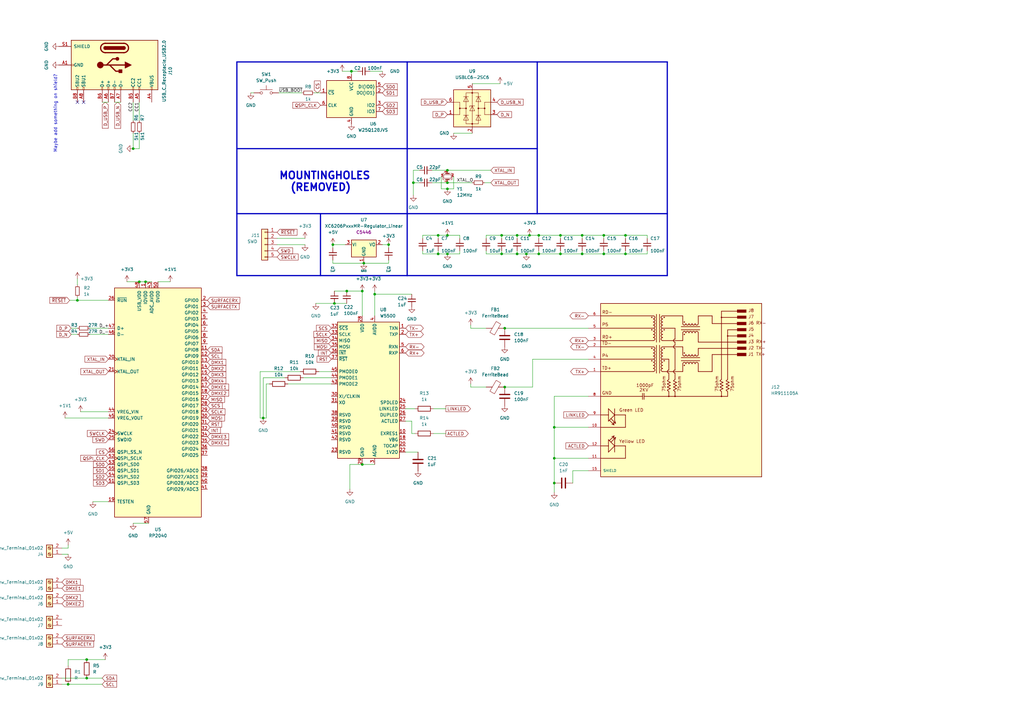
<source format=kicad_sch>
(kicad_sch (version 20250114) (generator "eeschema") (generator_version "9.0")
  (paper "A3")
  (lib_symbols
    (symbol "+3V3_1" (power) (pin_numbers (hide yes)) (pin_names (offset 0) (hide yes))
      (property "Value" "+3V3" (at 0 3.556 0))
      (symbol "+3V3_1_1_1"
        (pin power_in line (at 0 0 90) (length 0) (name "~") (number "1"))
      )
    )
    (symbol "+3V3_2" (power) (pin_numbers (hide yes)) (pin_names (offset 0) (hide yes))
      (property "Value" "+3V3" (at 0 3.556 0))
      (symbol "+3V3_2_1_1"
        (pin power_in line (at 0 0 90) (length 0) (name "~") (number "1"))
      )
    )
    (symbol "+5V_1" (power) (pin_numbers (hide yes)) (pin_names (offset 0) (hide yes))
      (property "Value" "+5V" (at 0 3.556 0))
      (symbol "+5V_1_1_1"
        (pin power_in line (at 0 0 90) (length 0) (name "~") (number "1"))
      )
    )
    (symbol "+5V_2" (power) (pin_numbers (hide yes)) (pin_names (offset 0) (hide yes))
      (property "Value" "+5V" (at 0 3.556 0))
      (symbol "+5V_2_1_1"
        (pin power_in line (at 0 0 90) (length 0) (name "~") (number "1"))
      )
    )
    (symbol "47219-2001:47219-2001" (pin_names (offset 1.016))
      (property "Reference" "J" (at -12.7105 10.931 0))
      (property "Value" "47219-2001" (at -12.7125 -11.9498 0))
      (symbol "47219-2001_0_0"
        (pin input clock (at -17.78 7.62 0) (length 5.08) (name "CLK") (number "5"))
        (pin bidirectional line (at -17.78 2.54 0) (length 5.08) (name "CMD") (number "3"))
        (pin bidirectional line (at -17.78 0 0) (length 5.08) (name "DAT0") (number "7"))
        (pin bidirectional line (at -17.78 -2.54 0) (length 5.08) (name "DAT1") (number "8"))
        (pin bidirectional line (at -17.78 -5.08 0) (length 5.08) (name "DAT2") (number "1"))
        (pin bidirectional line (at -17.78 -7.62 0) (length 5.08) (name "CD/DAT3") (number "2"))
        (pin power_in line (at 17.78 7.62 180) (length 5.08) (name "VDD") (number "4"))
        (pin power_in line (at 17.78 2.54 180) (length 5.08) (name "GND@1") (number "G1"))
        (pin power_in line (at 17.78 0 180) (length 5.08) (name "GND@2") (number "G2"))
        (pin power_in line (at 17.78 -2.54 180) (length 5.08) (name "GND@3") (number "G3"))
        (pin power_in line (at 17.78 -5.08 180) (length 5.08) (name "GND@4") (number "G4"))
        (pin power_in line (at 17.78 -7.62 180) (length 5.08) (name "VSS") (number "6"))
      )
    )
    (symbol "Connector:Conn_Coaxial_Small" (pin_numbers (hide yes)) (pin_names (offset 1.016) (hide yes))
      (property "Reference" "J" (at 0.254 3.048 0))
      (property "Value" "Conn_Coaxial_Small" (at 0 -3.81 0))
      (symbol "Conn_Coaxial_Small_1_1"
        (pin passive line (at -2.54 0 0) (length 1.27) (name "In") (number "1"))
        (pin passive line (at 2.54 0 180) (length 1.27) (name "Ext") (number "2"))
      )
    )
    (symbol "Connector:Screw_Terminal_01x02" (pin_names (offset 1.016) (hide yes))
      (property "Reference" "J" (at 0 2.54 0))
      (property "Value" "Screw_Terminal_01x02" (at 0 -5.08 0))
      (symbol "Screw_Terminal_01x02_1_1"
        (pin passive line (at -5.08 0 0) (length 3.81) (name "Pin_1") (number "1"))
        (pin passive line (at -5.08 -2.54 0) (length 3.81) (name "Pin_2") (number "2"))
      )
    )
    (symbol "Connector:TestPoint" (pin_numbers (hide yes)) (pin_names (offset 0.762) (hide yes))
      (property "Reference" "TP" (at 0 6.858 0))
      (property "Value" "TestPoint" (at 0 5.08 0))
      (symbol "TestPoint_1_1"
        (pin passive line (at 0 0 90) (length 2.54) (name "1") (number "1"))
      )
    )
    (symbol "Connector:USB_A_Stacked" (pin_names (offset 1.016))
      (property "Reference" "J" (at 0 15.875 0))
      (property "Value" "USB_A_Stacked" (at 0 13.97 0))
      (symbol "USB_A_Stacked_1_1"
        (pin passive line (at -2.54 -15.24 90) (length 2.54) (name "Shield") (number "9"))
        (pin power_in line (at 0 -15.24 90) (length 2.54) (name "GND1") (number "4"))
        (pin power_in line (at 2.54 -15.24 90) (length 2.54) (name "GND2") (number "8"))
        (pin power_in line (at 10.16 10.16 180) (length 2.54) (name "VBUS1") (number "1"))
        (pin power_in line (at 10.16 7.62 180) (length 2.54) (name "VBUS2") (number "5"))
        (pin bidirectional line (at 10.16 2.54 180) (length 2.54) (name "D1+") (number "3"))
        (pin bidirectional line (at 10.16 0 180) (length 2.54) (name "D1-") (number "2"))
        (pin bidirectional line (at 10.16 -2.54 180) (length 2.54) (name "D2+") (number "7"))
        (pin bidirectional line (at 10.16 -5.08 180) (length 2.54) (name "D2-") (number "6"))
      )
    )
    (symbol "Connector:USB_C_Receptacle_USB2.0" (pin_names (offset 1.016))
      (property "Reference" "J" (at -10.16 19.05 0))
      (property "Value" "USB_C_Receptacle_USB2.0" (at 19.05 19.05 0))
      (symbol "USB_C_Receptacle_USB2.0_1_1"
        (pin passive line (at -7.62 -22.86 90) (length 5.08) (name "SHIELD") (number "S1"))
        (pin passive line (at 0 -22.86 90) (length 5.08) (name "GND") (number "A1"))
        (pin passive line (at 0 -22.86 90) (length 5.08) (hide yes) (name "GND") (number "A12"))
        (pin passive line (at 0 -22.86 90) (length 5.08) (hide yes) (name "GND") (number "B1"))
        (pin passive line (at 0 -22.86 90) (length 5.08) (hide yes) (name "GND") (number "B12"))
        (pin passive line (at 15.24 15.24 180) (length 5.08) (name "VBUS") (number "A4"))
        (pin passive line (at 15.24 15.24 180) (length 5.08) (hide yes) (name "VBUS") (number "A9"))
        (pin passive line (at 15.24 15.24 180) (length 5.08) (hide yes) (name "VBUS") (number "B4"))
        (pin passive line (at 15.24 15.24 180) (length 5.08) (hide yes) (name "VBUS") (number "B9"))
        (pin bidirectional line (at 15.24 10.16 180) (length 5.08) (name "CC1") (number "A5"))
        (pin bidirectional line (at 15.24 7.62 180) (length 5.08) (name "CC2") (number "B5"))
        (pin bidirectional line (at 15.24 2.54 180) (length 5.08) (name "D-") (number "A7"))
        (pin bidirectional line (at 15.24 0 180) (length 5.08) (name "D-") (number "B7"))
        (pin bidirectional line (at 15.24 -2.54 180) (length 5.08) (name "D+") (number "A6"))
        (pin bidirectional line (at 15.24 -5.08 180) (length 5.08) (name "D+") (number "B6"))
        (pin bidirectional line (at 15.24 -12.7 180) (length 5.08) (name "SBU1") (number "A8"))
        (pin bidirectional line (at 15.24 -15.24 180) (length 5.08) (name "SBU2") (number "B8"))
      )
    )
    (symbol "Connector_Generic:Conn_01x05" (pin_names (offset 1.016) (hide yes))
      (property "Reference" "J" (at 0 7.62 0))
      (property "Value" "Conn_01x05" (at 0 -7.62 0))
      (symbol "Conn_01x05_1_1"
        (pin passive line (at -5.08 5.08 0) (length 3.81) (name "Pin_1") (number "1"))
        (pin passive line (at -5.08 2.54 0) (length 3.81) (name "Pin_2") (number "2"))
        (pin passive line (at -5.08 0 0) (length 3.81) (name "Pin_3") (number "3"))
        (pin passive line (at -5.08 -2.54 0) (length 3.81) (name "Pin_4") (number "4"))
        (pin passive line (at -5.08 -5.08 0) (length 3.81) (name "Pin_5") (number "5"))
      )
    )
    (symbol "Device:C" (pin_numbers (hide yes)) (pin_names (offset 0.254))
      (property "Reference" "C" (at 0.635 2.54 0))
      (property "Value" "C" (at 0.635 -2.54 0))
      (symbol "C_1_1"
        (pin passive line (at 0 3.81 270) (length 2.794) (name "~") (number "1"))
        (pin passive line (at 0 -3.81 90) (length 2.794) (name "~") (number "2"))
      )
    )
    (symbol "Device:C_Small" (pin_numbers (hide yes)) (pin_names (offset 0.254) (hide yes))
      (property "Reference" "C" (at 0.254 1.778 0))
      (property "Value" "C_Small" (at 0.254 -2.032 0))
      (symbol "C_Small_1_1"
        (pin passive line (at 0 2.54 270) (length 2.032) (name "~") (number "1"))
        (pin passive line (at 0 -2.54 90) (length 2.032) (name "~") (number "2"))
      )
    )
    (symbol "Device:Crystal_GND24_Small" (pin_names (offset 1.016) (hide yes))
      (property "Reference" "Y" (at 1.27 4.445 0))
      (property "Value" "Crystal_GND24_Small" (at 1.27 2.54 0))
      (symbol "Crystal_GND24_Small_1_1"
        (pin passive line (at -2.54 0 0) (length 1.27) (name "1") (number "1"))
        (pin passive line (at 0 2.54 270) (length 0.635) (name "4") (number "4"))
        (pin passive line (at 0 -2.54 90) (length 0.635) (name "2") (number "2"))
        (pin passive line (at 2.54 0 180) (length 1.27) (name "3") (number "3"))
      )
    )
    (symbol "Device:D" (pin_numbers (hide yes)) (pin_names (offset 1.016) (hide yes))
      (property "Reference" "D" (at 0 2.54 0))
      (property "Value" "D" (at 0 -2.54 0))
      (symbol "D_1_1"
        (pin passive line (at -3.81 0 0) (length 2.54) (name "K") (number "1"))
        (pin passive line (at 3.81 0 180) (length 2.54) (name "A") (number "2"))
      )
    )
    (symbol "Device:FerriteBead" (pin_numbers (hide yes)) (pin_names (offset 0))
      (property "Reference" "FB" (at -3.81 0.635 90))
      (property "Value" "FerriteBead" (at 3.81 0 90))
      (symbol "FerriteBead_1_1"
        (pin passive line (at 0 3.81 270) (length 2.54) (name "~") (number "1"))
        (pin passive line (at 0 -3.81 90) (length 2.54) (name "~") (number "2"))
      )
    )
    (symbol "Device:R" (pin_numbers (hide yes)) (pin_names (offset 0))
      (property "Reference" "R" (at 2.032 0 90))
      (property "Value" "R" (at 0 0 90))
      (symbol "R_1_1"
        (pin passive line (at 0 3.81 270) (length 1.27) (name "~") (number "1"))
        (pin passive line (at 0 -3.81 90) (length 1.27) (name "~") (number "2"))
      )
    )
    (symbol "Device:R_Small" (pin_numbers (hide yes)) (pin_names (offset 0.254) (hide yes))
      (property "Reference" "R" (at 0.762 0.508 0))
      (property "Value" "R_Small" (at 0.762 -1.016 0))
      (symbol "R_Small_1_1"
        (pin passive line (at 0 2.54 270) (length 0.762) (name "~") (number "1"))
        (pin passive line (at 0 -2.54 90) (length 0.762) (name "~") (number "2"))
      )
    )
    (symbol "GND_1" (power) (pin_numbers (hide yes)) (pin_names (offset 0) (hide yes))
      (property "Value" "GND" (at 0 -3.81 0))
      (symbol "GND_1_1_1"
        (pin power_in line (at 0 0 270) (length 0) (name "~") (number "1"))
      )
    )
    (symbol "GND_2" (power) (pin_numbers (hide yes)) (pin_names (offset 0) (hide yes))
      (property "Value" "GND" (at 0 -3.81 0))
      (symbol "GND_2_1_1"
        (pin power_in line (at 0 0 270) (length 0) (name "~") (number "1"))
      )
    )
    (symbol "GND_3" (power) (pin_numbers (hide yes)) (pin_names (offset 0) (hide yes))
      (property "Value" "GND" (at 0 -3.81 0))
      (symbol "GND_3_1_1"
        (pin power_in line (at 0 0 270) (length 0) (name "~") (number "1"))
      )
    )
    (symbol "GND_4" (power) (pin_numbers (hide yes)) (pin_names (offset 0) (hide yes))
      (property "Value" "GND" (at 0 -3.81 0))
      (symbol "GND_4_1_1"
        (pin power_in line (at 0 0 270) (length 0) (name "~") (number "1"))
      )
    )
    (symbol "GND_5" (power) (pin_numbers (hide yes)) (pin_names (offset 0) (hide yes))
      (property "Value" "GND" (at 0 -3.81 0))
      (symbol "GND_5_1_1"
        (pin power_in line (at 0 0 270) (length 0) (name "~") (number "1"))
      )
    )
    (symbol "GND_6" (power) (pin_numbers (hide yes)) (pin_names (offset 0) (hide yes))
      (property "Value" "GND" (at 0 -3.81 0))
      (symbol "GND_6_1_1"
        (pin power_in line (at 0 0 270) (length 0) (name "~") (number "1"))
      )
    )
    (symbol "HR911105A:HR911105A" (pin_names (offset 1.016))
      (property "Reference" "J" (at -33.1783 36.2409 0))
      (property "Value" "HR911105A" (at -33.1242 -38.2202 0))
      (symbol "HR911105A_0_0"
        (text "TD+" (at -32.5695 8.302 0) (effects (font (size 1.2772 1.2772)) (justify left bottom)))
        (text "GND" (at -32.5483 -1.9146 0) (effects (font (size 1.2764 1.2764)) (justify left bottom)))
        (text "P4" (at -32.5444 13.4006 0) (effects (font (size 1.2763 1.2763)) (justify left bottom)))
        (text "P5" (at -32.5348 26.1555 0) (effects (font (size 1.2759 1.2759)) (justify left bottom)))
        (text "TD-" (at -32.5142 18.4885 0) (effects (font (size 1.2751 1.2751)) (justify left bottom)))
        (text "RD-" (at -32.4987 31.2242 0) (effects (font (size 1.2745 1.2745)) (justify left bottom)))
        (text "RD+" (at -32.4935 21.0252 0) (effects (font (size 1.2743 1.2743)) (justify left bottom)))
        (text "Yellow LED" (at -25.5352 -21.705 0) (effects (font (size 1.2791 1.2791)) (justify left bottom)))
        (text "Green LED" (at -25.4919 -8.9222 0) (effects (font (size 1.2757 1.2757)) (justify left bottom)))
        (text "1000pF" (at -18.5009 1.2418 0) (effects (font (size 1.2759 1.2759)) (justify left bottom)))
        (text "2KV" (at -17.2312 -0.672 0) (effects (font (size 1.2764 1.2764)) (justify left bottom)))
        (text "75ohm" (at -6.39 -0.6549 900) (effects (font (size 1.278 1.278)) (justify left bottom)))
        (text "75ohm" (at 0 -0.6673 900) (effects (font (size 1.2758 1.2758)) (justify left bottom)))
        (text "75ohm" (at 15.335 -0.6618 900) (effects (font (size 1.2779 1.2779)) (justify left bottom)))
        (text "75ohm" (at 21.6925 -0.6552 900) (effects (font (size 1.276 1.276)) (justify left bottom)))
        (text "J1 TX+" (at 27.4391 14.0069 0) (effects (font (size 1.2765 1.2765)) (justify left bottom)))
        (text "J3 RX+" (at 27.4566 19.1518 0) (effects (font (size 1.2771 1.2771)) (justify left bottom)))
        (text "J2 TX-" (at 27.4571 16.5812 0) (effects (font (size 1.2773 1.2773)) (justify left bottom)))
        (text "J4" (at 27.4594 21.7053 0) (effects (font (size 1.2773 1.2773)) (justify left bottom)))
        (text "J8" (at 27.4681 31.9296 0) (effects (font (size 1.2777 1.2777)) (justify left bottom)))
        (text "J6 RX-" (at 27.4683 26.8166 0) (effects (font (size 1.2777 1.2777)) (justify left bottom)))
        (text "J7" (at 27.469 29.3671 0) (effects (font (size 1.2778 1.2778)) (justify left bottom)))
        (text "J5" (at 27.4773 24.265 0) (effects (font (size 1.2782 1.2782)) (justify left bottom)))
        (pin passive line (at -38.1 30.48 0) (length 5.08) (name "~") (number "6"))
        (pin passive line (at -38.1 25.4 0) (length 5.08) (name "~") (number "5"))
        (pin passive line (at -38.1 20.32 0) (length 5.08) (name "~") (number "3"))
        (pin passive line (at -38.1 17.78 0) (length 5.08) (name "~") (number "2"))
        (pin passive line (at -38.1 12.7 0) (length 5.08) (name "~") (number "4"))
        (pin passive line (at -38.1 7.62 0) (length 5.08) (name "~") (number "1"))
        (pin power_in line (at -38.1 -2.54 0) (length 5.08) (name "~") (number "8"))
        (pin passive line (at -38.1 -10.16 0) (length 5.08) (name "~") (number "9"))
        (pin passive line (at -38.1 -15.24 0) (length 5.08) (name "~") (number "10"))
        (pin passive line (at -38.1 -22.86 0) (length 5.08) (name "~") (number "12"))
        (pin passive line (at -38.1 -27.94 0) (length 5.08) (name "~") (number "11"))
        (pin passive line (at -38.1 -33.02 0) (length 5.08) (name "SHIELD") (number "15"))
        (pin passive line (at -38.1 -33.02 0) (length 5.08) (hide yes) (name "SHIELD") (number "16"))
      )
    )
    (symbol "Interface_Ethernet:LAN9514i"
      (property "Reference" "U" (at -15.24 31.75 0))
      (property "Value" "LAN9514i" (at 15.24 31.75 0))
      (symbol "LAN9514i_1_1"
        (pin input line (at -15.24 15.24 0) (length 2.54) (name "~{RESET}") (number "12"))
        (pin input line (at -15.24 10.16 0) (length 2.54) (name "~{TRST}") (number "28"))
        (pin input line (at -15.24 7.62 0) (length 2.54) (name "TMS") (number "29"))
        (pin input line (at -15.24 5.08 0) (length 2.54) (name "TDI") (number "30"))
        (pin output line (at -15.24 2.54 0) (length 2.54) (name "TDO") (number "31"))
        (pin input line (at -15.24 0 0) (length 2.54) (name "TCK") (number "32"))
        (pin input line (at -15.24 -5.08 0) (length 2.54) (name "TEST1") (number "13"))
        (pin input line (at -15.24 -7.62 0) (length 2.54) (name "TEST2") (number "34"))
        (pin input line (at -15.24 -10.16 0) (length 2.54) (name "TEST3") (number "40"))
        (pin input line (at -15.24 -12.7 0) (length 2.54) (name "TEST4") (number "47"))
        (pin input line (at -15.24 -17.78 0) (length 2.54) (name "CLK24_EN") (number "44"))
        (pin output line (at -15.24 -20.32 0) (length 2.54) (name "CLK24_OUT") (number "45"))
        (pin input line (at -15.24 -25.4 0) (length 2.54) (name "XO") (number "60"))
        (pin input line (at -15.24 -27.94 0) (length 2.54) (name "XI") (number "61"))
        (pin power_in line (at -10.16 33.02 270) (length 2.54) (name "VDD33IO") (number "19"))
        (pin passive line (at -10.16 33.02 270) (length 2.54) (hide yes) (name "VDD33IO") (number "27"))
        (pin passive line (at -10.16 33.02 270) (length 2.54) (hide yes) (name "VDD33IO") (number "33"))
        (pin passive line (at -10.16 33.02 270) (length 2.54) (hide yes) (name "VDD33IO") (number "39"))
        (pin passive line (at -10.16 33.02 270) (length 2.54) (hide yes) (name "VDD33IO") (number "46"))
        (pin passive line (at -5.08 33.02 270) (length 2.54) (hide yes) (name "VDD33A") (number "10"))
        (pin passive line (at -5.08 33.02 270) (length 2.54) (hide yes) (name "VDD33A") (number "49"))
        (pin power_in line (at -5.08 33.02 270) (length 2.54) (name "VDD33A") (number "5"))
        (pin passive line (at -5.08 33.02 270) (length 2.54) (hide yes) (name "VDD33A") (number "51"))
        (pin passive line (at -5.08 33.02 270) (length 2.54) (hide yes) (name "VDD33A") (number "54"))
        (pin passive line (at -5.08 33.02 270) (length 2.54) (hide yes) (name "VDD33A") (number "57"))
        (pin passive line (at -5.08 33.02 270) (length 2.54) (hide yes) (name "VDD33A") (number "64"))
        (pin power_in line (at 0 33.02 270) (length 2.54) (name "VDD18CORE") (number "15"))
        (pin passive line (at 0 33.02 270) (length 2.54) (hide yes) (name "VDD18CORE") (number "38"))
        (pin power_in line (at 0 -33.02 90) (length 2.54) (name "GND") (number "65"))
        (pin power_in line (at 5.08 33.02 270) (length 2.54) (name "VDD18ETHPLL") (number "48"))
        (pin power_in line (at 10.16 33.02 270) (length 2.54) (name "VDD18USBPLL") (number "62"))
        (pin output line (at 15.24 10.16 180) (length 2.54) (name "EECLK") (number "23"))
        (pin output line (at 15.24 7.62 180) (length 2.54) (name "EECS") (number "24"))
        (pin output line (at 15.24 5.08 180) (length 2.54) (name "EEDO") (number "25"))
        (pin input line (at 15.24 2.54 180) (length 2.54) (name "EEDI") (number "26"))
        (pin bidirectional line (at 15.24 -5.08 180) (length 2.54) (name "~{FDX_LED}/GPIO0") (number "20"))
        (pin bidirectional line (at 15.24 -7.62 180) (length 2.54) (name "~{LNKA_LED}/GPIO1") (number "21"))
        (pin bidirectional line (at 15.24 -10.16 180) (length 2.54) (name "~{SPD_LED}/GPIO2") (number "22"))
        (pin bidirectional line (at 15.24 -12.7 180) (length 2.54) (name "GPIO3") (number "35"))
        (pin bidirectional line (at 15.24 -15.24 180) (length 2.54) (name "GPIO4") (number "36"))
        (pin bidirectional line (at 15.24 -17.78 180) (length 2.54) (name "GPIO5") (number "37"))
        (pin bidirectional line (at 15.24 -20.32 180) (length 2.54) (name "GPIO6") (number "42"))
        (pin bidirectional line (at 15.24 -22.86 180) (length 2.54) (name "GPIO7") (number "43"))
      )
      (symbol "LAN9514i_2_1"
        (pin bidirectional line (at -15.24 25.4 0) (length 2.54) (name "USBDP0") (number "59"))
        (pin bidirectional line (at -15.24 22.86 0) (length 2.54) (name "USBDM0") (number "58"))
        (pin input line (at -15.24 15.24 0) (length 2.54) (name "VBUS_DET") (number "11"))
        (pin input line (at -15.24 10.16 0) (length 2.54) (name "USBRBIAS") (number "63"))
        (pin input line (at -15.24 -15.24 0) (length 2.54) (name "AUTOMDIX_EN") (number "41"))
        (pin input line (at -15.24 -17.78 0) (length 2.54) (name "EXRES") (number "50"))
        (pin bidirectional line (at 15.24 25.4 180) (length 2.54) (name "USBDP2") (number "2"))
        (pin bidirectional line (at 15.24 22.86 180) (length 2.54) (name "USBDM2") (number "1"))
        (pin bidirectional line (at 15.24 20.32 180) (length 2.54) (name "PRTCTL2") (number "14"))
        (pin bidirectional line (at 15.24 15.24 180) (length 2.54) (name "USBDP3") (number "4"))
        (pin bidirectional line (at 15.24 12.7 180) (length 2.54) (name "USBDM3") (number "3"))
        (pin bidirectional line (at 15.24 10.16 180) (length 2.54) (name "PRTCTL3") (number "16"))
        (pin bidirectional line (at 15.24 5.08 180) (length 2.54) (name "USBDP4") (number "7"))
        (pin bidirectional line (at 15.24 2.54 180) (length 2.54) (name "USBDM4") (number "6"))
        (pin bidirectional line (at 15.24 0 180) (length 2.54) (name "PRTCTL4") (number "17"))
        (pin bidirectional line (at 15.24 -5.08 180) (length 2.54) (name "USBDP5") (number "9"))
        (pin bidirectional line (at 15.24 -7.62 180) (length 2.54) (name "USBDM5") (number "8"))
        (pin bidirectional line (at 15.24 -10.16 180) (length 2.54) (name "PRTCTL5") (number "18"))
        (pin output line (at 15.24 -15.24 180) (length 2.54) (name "TXP") (number "55"))
        (pin output line (at 15.24 -17.78 180) (length 2.54) (name "TXN") (number "56"))
        (pin input line (at 15.24 -22.86 180) (length 2.54) (name "RXP") (number "52"))
        (pin input line (at 15.24 -25.4 180) (length 2.54) (name "RXN") (number "53"))
      )
    )
    (symbol "Interface_Ethernet:W5500"
      (property "Reference" "U" (at -11.43 29.21 0))
      (property "Value" "W5500" (at 8.89 29.21 0))
      (symbol "W5500_1_1"
        (pin input line (at -15.24 25.4 0) (length 2.54) (name "~{SCS}") (number "32"))
        (pin input line (at -15.24 22.86 0) (length 2.54) (name "SCLK") (number "33"))
        (pin output line (at -15.24 20.32 0) (length 2.54) (name "MISO") (number "34"))
        (pin input line (at -15.24 17.78 0) (length 2.54) (name "MOSI") (number "35"))
        (pin input line (at -15.24 15.24 0) (length 2.54) (name "~{INT}") (number "36"))
        (pin input line (at -15.24 12.7 0) (length 2.54) (name "~{RST}") (number "37"))
        (pin input line (at -15.24 7.62 0) (length 2.54) (name "PMODE0") (number "45"))
        (pin input line (at -15.24 5.08 0) (length 2.54) (name "PMODE1") (number "44"))
        (pin input line (at -15.24 2.54 0) (length 2.54) (name "PMODE2") (number "43"))
        (pin input line (at -15.24 -2.54 0) (length 2.54) (name "XI/CLKIN") (number "30"))
        (pin output line (at -15.24 -5.08 0) (length 2.54) (name "XO") (number "31"))
        (pin input line (at -15.24 -10.16 0) (length 2.54) (name "RSVD") (number "38"))
        (pin input line (at -15.24 -12.7 0) (length 2.54) (name "RSVD") (number "39"))
        (pin input line (at -15.24 -15.24 0) (length 2.54) (name "RSVD") (number "40"))
        (pin input line (at -15.24 -17.78 0) (length 2.54) (name "RSVD") (number "41"))
        (pin input line (at -15.24 -20.32 0) (length 2.54) (name "RSVD") (number "42"))
        (pin input line (at -15.24 -25.4 0) (length 2.54) (name "RSVD") (number "23"))
        (pin power_in line (at -2.54 30.48 270) (length 2.54) (name "VDD") (number "28"))
        (pin power_in line (at -2.54 -30.48 90) (length 2.54) (name "GND") (number "29"))
        (pin passive line (at 2.54 30.48 270) (length 2.54) (hide yes) (name "AVDD") (number "11"))
        (pin passive line (at 2.54 30.48 270) (length 2.54) (hide yes) (name "AVDD") (number "15"))
        (pin passive line (at 2.54 30.48 270) (length 2.54) (hide yes) (name "AVDD") (number "17"))
        (pin passive line (at 2.54 30.48 270) (length 2.54) (hide yes) (name "AVDD") (number "21"))
        (pin power_in line (at 2.54 30.48 270) (length 2.54) (name "AVDD") (number "4"))
        (pin passive line (at 2.54 30.48 270) (length 2.54) (hide yes) (name "AVDD") (number "8"))
        (pin passive line (at 2.54 -30.48 90) (length 2.54) (hide yes) (name "AGND") (number "14"))
        (pin passive line (at 2.54 -30.48 90) (length 2.54) (hide yes) (name "AGND") (number "16"))
        (pin passive line (at 2.54 -30.48 90) (length 2.54) (hide yes) (name "AGND") (number "19"))
        (pin power_in line (at 2.54 -30.48 90) (length 2.54) (name "AGND") (number "3"))
        (pin passive line (at 2.54 -30.48 90) (length 2.54) (hide yes) (name "AGND") (number "48"))
        (pin passive line (at 2.54 -30.48 90) (length 2.54) (hide yes) (name "AGND") (number "9"))
        (pin no_connect line (at 12.7 10.16 180) (length 2.54) (hide yes) (name "DNC") (number "7"))
        (pin no_connect line (at 12.7 7.62 180) (length 2.54) (hide yes) (name "NC") (number "12"))
        (pin no_connect line (at 12.7 5.08 180) (length 2.54) (hide yes) (name "NC") (number "13"))
        (pin no_connect line (at 12.7 2.54 180) (length 2.54) (hide yes) (name "NC") (number "46"))
        (pin no_connect line (at 12.7 0 180) (length 2.54) (hide yes) (name "NC") (number "47"))
        (pin output line (at 15.24 25.4 180) (length 2.54) (name "TXN") (number "1"))
        (pin output line (at 15.24 22.86 180) (length 2.54) (name "TXP") (number "2"))
        (pin input line (at 15.24 17.78 180) (length 2.54) (name "RXN") (number "5"))
        (pin input line (at 15.24 15.24 180) (length 2.54) (name "RXP") (number "6"))
        (pin output line (at 15.24 -5.08 180) (length 2.54) (name "SPDLED") (number "24"))
        (pin output line (at 15.24 -7.62 180) (length 2.54) (name "LINKLED") (number "25"))
        (pin output line (at 15.24 -10.16 180) (length 2.54) (name "DUPLED") (number "26"))
        (pin output line (at 15.24 -12.7 180) (length 2.54) (name "ACTLED") (number "27"))
        (pin passive line (at 15.24 -17.78 180) (length 2.54) (name "EXRES1") (number "10"))
        (pin passive line (at 15.24 -20.32 180) (length 2.54) (name "VBG") (number "18"))
        (pin passive line (at 15.24 -22.86 180) (length 2.54) (name "TOCAP") (number "20"))
        (pin output line (at 15.24 -25.4 180) (length 2.54) (name "1V2O") (number "22"))
      )
    )
    (symbol "Memory_Flash:W25Q128JVS"
      (property "Reference" "U" (at -8.89 8.89 0))
      (property "Value" "W25Q128JVS" (at 7.62 8.89 0))
      (symbol "W25Q128JVS_1_1"
        (pin input line (at -12.7 2.54 0) (length 2.54) (name "~{CS}") (number "1"))
        (pin input line (at -12.7 -2.54 0) (length 2.54) (name "CLK") (number "6"))
        (pin power_in line (at 0 10.16 270) (length 2.54) (name "VCC") (number "8"))
        (pin power_in line (at 0 -10.16 90) (length 2.54) (name "GND") (number "4"))
        (pin bidirectional line (at 12.7 5.08 180) (length 2.54) (name "DI(IO0)") (number "5"))
        (pin bidirectional line (at 12.7 2.54 180) (length 2.54) (name "DO(IO1)") (number "2"))
        (pin bidirectional line (at 12.7 -2.54 180) (length 2.54) (name "IO2") (number "3"))
        (pin bidirectional line (at 12.7 -5.08 180) (length 2.54) (name "IO3") (number "7"))
      )
    )
    (symbol "PCF8563T/5,518:PCF8563T_5_518" (pin_names (offset 0.254))
      (property "Reference" "U" (at 22.86 10.16 0))
      (property "Value" "PCF8563T/5_518" (at 22.86 7.62 0))
      (symbol "PCF8563T_5_518_0_1"
        (pin input line (at 0 0 0) (length 7.62) (name "OSCI") (number "1"))
        (pin output line (at 0 -2.54 0) (length 7.62) (name "OSCO") (number "2"))
        (pin output line (at 0 -5.08 0) (length 7.62) (name "INT") (number "3"))
        (pin power_out line (at 0 -7.62 0) (length 7.62) (name "VSS") (number "4"))
        (pin power_in line (at 45.72 0 180) (length 7.62) (name "VDD") (number "8"))
        (pin output line (at 45.72 -2.54 180) (length 7.62) (name "CLKOUT") (number "7"))
        (pin input line (at 45.72 -5.08 180) (length 7.62) (name "SCL") (number "6"))
        (pin bidirectional line (at 45.72 -7.62 180) (length 7.62) (name "SDA") (number "5"))
      )
    )
    (symbol "Power_Protection:USBLC6-2SC6" (pin_names (hide yes))
      (property "Reference" "U" (at 2.54 8.89 0))
      (property "Value" "USBLC6-2SC6" (at 2.54 -8.89 0))
      (symbol "USBLC6-2SC6_1_1"
        (pin passive line (at -10.16 2.54 0) (length 2.54) (name "I/O1") (number "6"))
        (pin passive line (at -10.16 -2.54 0) (length 2.54) (name "I/O1") (number "1"))
        (pin passive line (at 0 10.16 270) (length 2.54) (name "VBUS") (number "5"))
        (pin passive line (at 0 -10.16 90) (length 2.54) (name "GND") (number "2"))
        (pin passive line (at 10.16 2.54 180) (length 2.54) (name "I/O2") (number "4"))
        (pin passive line (at 10.16 -2.54 180) (length 2.54) (name "I/O2") (number "3"))
      )
    )
    (symbol "RF_NFC:PN5321A3HN_C1xx"
      (property "Reference" "U" (at -15.24 31.75 0))
      (property "Value" "PN5321A3HN_C1xx" (at 15.24 31.75 0))
      (symbol "PN5321A3HN_C1xx_1_1"
        (pin input line (at -20.32 22.86 0) (length 2.54) (name "~{RSTPD}") (number "38"))
        (pin output line (at -20.32 20.32 0) (length 2.54) (name "~{RSTOUT}") (number "26"))
        (pin bidirectional line (at -20.32 17.78 0) (length 2.54) (name "P70_IRQ") (number "25"))
        (pin bidirectional line (at -20.32 12.7 0) (length 2.54) (name "NSS/P50_SCL/HSU_RX") (number "27"))
        (pin bidirectional line (at -20.32 10.16 0) (length 2.54) (name "MOSI/SDA/HSU_TX") (number "28"))
        (pin bidirectional line (at -20.32 7.62 0) (length 2.54) (name "MISO/P71") (number "29"))
        (pin bidirectional line (at -20.32 5.08 0) (length 2.54) (name "SCK/P72") (number "30"))
        (pin bidirectional line (at -20.32 0 0) (length 2.54) (name "P30/UART_RX") (number "24"))
        (pin bidirectional line (at -20.32 -2.54 0) (length 2.54) (name "P31/UART_TX") (number "31"))
        (pin bidirectional line (at -20.32 -5.08 0) (length 2.54) (name "P32_INT0") (number "32"))
        (pin bidirectional line (at -20.32 -7.62 0) (length 2.54) (name "P33_INT1") (number "33"))
        (pin bidirectional line (at -20.32 -10.16 0) (length 2.54) (name "P35") (number "19"))
        (pin input line (at -20.32 -15.24 0) (length 2.54) (name "OSCIN") (number "14"))
        (pin output line (at -20.32 -17.78 0) (length 2.54) (name "OSCOUT") (number "15"))
        (pin passive line (at -20.32 -22.86 0) (length 2.54) (name "I0") (number "16"))
        (pin passive line (at -20.32 -25.4 0) (length 2.54) (name "I1") (number "17"))
        (pin power_in line (at -5.08 33.02 270) (length 2.54) (name "VBAT") (number "40"))
        (pin power_in line (at -5.08 -33.02 90) (length 2.54) (name "DVSS") (number "1"))
        (pin power_in line (at -2.54 33.02 270) (length 2.54) (name "AVDD") (number "8"))
        (pin power_in line (at -2.54 -33.02 90) (length 2.54) (name "AVSS") (number "11"))
        (pin passive line (at -2.54 -33.02 90) (length 2.54) (hide yes) (name "AVSS") (number "41"))
        (pin power_in line (at 0 33.02 270) (length 2.54) (name "TVDD") (number "5"))
        (pin power_in line (at 0 -33.02 90) (length 2.54) (name "TVSS1") (number "3"))
        (pin power_in line (at 2.54 33.02 270) (length 2.54) (name "PVDD") (number "23"))
        (pin power_in line (at 2.54 -33.02 90) (length 2.54) (name "TVSS2") (number "7"))
        (pin power_out line (at 5.08 33.02 270) (length 2.54) (name "DVDD") (number "39"))
        (pin passive line (at 5.08 -33.02 90) (length 2.54) (name "TESTEN") (number "18"))
        (pin no_connect line (at 17.78 -2.54 180) (length 2.54) (hide yes) (name "N.C.") (number "20"))
        (pin no_connect line (at 17.78 -5.08 180) (length 2.54) (hide yes) (name "N.C.") (number "21"))
        (pin no_connect line (at 17.78 -7.62 180) (length 2.54) (hide yes) (name "N.C.") (number "22"))
        (pin output line (at 20.32 22.86 180) (length 2.54) (name "TX1") (number "4"))
        (pin output line (at 20.32 20.32 180) (length 2.54) (name "TX2") (number "6"))
        (pin input line (at 20.32 17.78 180) (length 2.54) (name "RX") (number "10"))
        (pin output line (at 20.32 12.7 180) (length 2.54) (name "LOADMOD") (number "2"))
        (pin output line (at 20.32 10.16 180) (length 2.54) (name "VMID") (number "9"))
        (pin output line (at 20.32 5.08 180) (length 2.54) (name "AUX1") (number "12"))
        (pin output line (at 20.32 2.54 180) (length 2.54) (name "AUX2") (number "13"))
        (pin output line (at 20.32 -12.7 180) (length 2.54) (name "SVDD") (number "37"))
        (pin output line (at 20.32 -15.24 180) (length 2.54) (name "SIGOUT") (number "35"))
        (pin input line (at 20.32 -17.78 180) (length 2.54) (name "SIGIN") (number "36"))
        (pin bidirectional line (at 20.32 -20.32 180) (length 2.54) (name "SIC_CLK/P34") (number "34"))
      )
    )
    (symbol "SP706SEN-L/TR:SP706SEN-L_TR" (pin_names (offset 0.254))
      (property "Reference" "U" (at 20.32 10.16 0))
      (property "Value" "SP706SEN-L/TR" (at 20.32 7.62 0))
      (symbol "SP706SEN-L_TR_0_1"
        (pin input line (at 0 0 0) (length 7.62) (name "*MR") (number "1"))
        (pin power_in line (at 0 -2.54 0) (length 7.62) (name "VCC") (number "2"))
        (pin power_out line (at 0 -5.08 0) (length 7.62) (name "GND") (number "3"))
        (pin input line (at 0 -7.62 0) (length 7.62) (name "PFI") (number "4"))
        (pin output line (at 40.64 0 180) (length 7.62) (name "*WDO") (number "8"))
        (pin output line (at 40.64 -2.54 180) (length 7.62) (name "*RESET") (number "7"))
        (pin input line (at 40.64 -5.08 180) (length 7.62) (name "WDI") (number "6"))
        (pin output line (at 40.64 -7.62 180) (length 7.62) (name "*PFO") (number "5"))
      )
    )
    (symbol "Sleep-lib:RP2040" (pin_names (offset 1.016))
      (property "Reference" "U" (at 8.89 51.435 0))
      (property "Value" "RP2040" (at 8.89 48.895 0))
      (symbol "RP2040_1_1"
        (pin input line (at -20.32 43.18 0) (length 2.54) (name "~{RUN}") (number "26"))
        (pin bidirectional line (at -20.32 31.75 0) (length 2.54) (name "D+") (number "47"))
        (pin bidirectional line (at -20.32 29.21 0) (length 2.54) (name "D-") (number "46"))
        (pin input clock (at -20.32 19.05 0) (length 2.54) (name "XTAL_IN") (number "20"))
        (pin input clock (at -20.32 13.97 0) (length 2.54) (name "XTAL_OUT") (number "21"))
        (pin power_in line (at -20.32 -2.54 0) (length 2.54) (name "VREG_VIN") (number "44"))
        (pin power_out line (at -20.32 -5.08 0) (length 2.54) (name "VREG_VOUT") (number "45"))
        (pin input clock (at -20.32 -11.43 0) (length 2.54) (name "SWCLK") (number "24"))
        (pin bidirectional line (at -20.32 -13.97 0) (length 2.54) (name "SWDIO") (number "25"))
        (pin bidirectional line (at -20.32 -19.05 0) (length 2.54) (name "QSPI_SS_N") (number "56"))
        (pin input clock (at -20.32 -21.59 0) (length 2.54) (name "QSPI_SCLK") (number "52"))
        (pin bidirectional line (at -20.32 -24.13 0) (length 2.54) (name "QSPI_SD0") (number "53"))
        (pin bidirectional line (at -20.32 -26.67 0) (length 2.54) (name "QSPI_SD1") (number "55"))
        (pin bidirectional line (at -20.32 -29.21 0) (length 2.54) (name "QSPI_SD2") (number "54"))
        (pin bidirectional line (at -20.32 -31.75 0) (length 2.54) (name "QSPI_SD3") (number "51"))
        (pin input line (at -20.32 -39.37 0) (length 2.54) (name "TESTEN") (number "19"))
        (pin power_in line (at -7.62 50.8 270) (length 2.54) (name "USB_VDD") (number "48"))
        (pin power_in line (at -5.08 50.8 270) (length 2.54) (name "IOVDD") (number "1"))
        (pin power_in line (at -5.08 50.8 270) (length 2.54) (hide yes) (name "IOVDD") (number "10"))
        (pin power_in line (at -5.08 50.8 270) (length 2.54) (hide yes) (name "IOVDD") (number "22"))
        (pin power_in line (at -5.08 50.8 270) (length 2.54) (hide yes) (name "IOVDD") (number "33"))
        (pin power_in line (at -5.08 50.8 270) (length 2.54) (hide yes) (name "IOVDD") (number "42"))
        (pin power_in line (at -5.08 50.8 270) (length 2.54) (hide yes) (name "IOVDD") (number "49"))
        (pin power_in line (at -3.81 -48.26 90) (length 2.54) (name "GND") (number "57"))
        (pin power_in line (at -2.54 50.8 270) (length 2.54) (name "ADC_AVDD") (number "43"))
        (pin power_in line (at 0 50.8 270) (length 2.54) (hide yes) (name "DVDD") (number "23"))
        (pin power_in line (at 0 50.8 270) (length 2.54) (name "DVDD") (number "50"))
        (pin input line (at 20.32 43.18 180) (length 2.54) (name "GPIO0") (number "2"))
        (pin input line (at 20.32 40.64 180) (length 2.54) (name "GPIO1") (number "3"))
        (pin input line (at 20.32 38.1 180) (length 2.54) (name "GPIO2") (number "4"))
        (pin input line (at 20.32 35.56 180) (length 2.54) (name "GPIO3") (number "5"))
        (pin input line (at 20.32 33.02 180) (length 2.54) (name "GPIO4") (number "6"))
        (pin input line (at 20.32 30.48 180) (length 2.54) (name "GPIO5") (number "7"))
        (pin input line (at 20.32 27.94 180) (length 2.54) (name "GPIO6") (number "8"))
        (pin input line (at 20.32 25.4 180) (length 2.54) (name "GPIO7") (number "9"))
        (pin input line (at 20.32 22.86 180) (length 2.54) (name "GPIO8") (number "11"))
        (pin input line (at 20.32 20.32 180) (length 2.54) (name "GPIO9") (number "12"))
        (pin input line (at 20.32 17.78 180) (length 2.54) (name "GPIO10") (number "13"))
        (pin input line (at 20.32 15.24 180) (length 2.54) (name "GPIO11") (number "14"))
        (pin input line (at 20.32 12.7 180) (length 2.54) (name "GPIO12") (number "15"))
        (pin input line (at 20.32 10.16 180) (length 2.54) (name "GPIO13") (number "16"))
        (pin input line (at 20.32 7.62 180) (length 2.54) (name "GPIO14") (number "17"))
        (pin input line (at 20.32 5.08 180) (length 2.54) (name "GPIO15") (number "18"))
        (pin input line (at 20.32 2.54 180) (length 2.54) (name "GPIO16") (number "27"))
        (pin input line (at 20.32 0 180) (length 2.54) (name "GPIO17") (number "28"))
        (pin input line (at 20.32 -2.54 180) (length 2.54) (name "GPIO18") (number "29"))
        (pin input line (at 20.32 -5.08 180) (length 2.54) (name "GPIO19") (number "30"))
        (pin input line (at 20.32 -7.62 180) (length 2.54) (name "GPIO20") (number "31"))
        (pin input line (at 20.32 -10.16 180) (length 2.54) (name "GPIO21") (number "32"))
        (pin input line (at 20.32 -12.7 180) (length 2.54) (name "GPIO22") (number "34"))
        (pin input line (at 20.32 -15.24 180) (length 2.54) (name "GPIO23") (number "35"))
        (pin input line (at 20.32 -17.78 180) (length 2.54) (name "GPIO24") (number "36"))
        (pin input line (at 20.32 -20.32 180) (length 2.54) (name "GPIO25") (number "37"))
        (pin input line (at 20.32 -26.67 180) (length 2.54) (name "GPIO26/ADC0") (number "38"))
        (pin input line (at 20.32 -29.21 180) (length 2.54) (name "GPIO27/ADC1") (number "39"))
        (pin input line (at 20.32 -31.75 180) (length 2.54) (name "GPIO28/ADC2") (number "40"))
        (pin input line (at 20.32 -34.29 180) (length 2.54) (name "GPIO29/ADC3") (number "41"))
      )
    )
    (symbol "Switch:SW_Push" (pin_numbers (hide yes)) (pin_names (offset 1.016) (hide yes))
      (property "Reference" "SW" (at 1.27 2.54 0))
      (property "Value" "SW_Push" (at 0 -1.524 0))
      (symbol "SW_Push_0_1"
        (pin passive line (at -5.08 0 0) (length 2.54) (name "1") (number "1"))
        (pin passive line (at 5.08 0 180) (length 2.54) (name "2") (number "2"))
      )
    )
    (symbol "USB2514BI-AEZG:USB2514BI-AEZG" (pin_names (offset 1.016))
      (property "Reference" "U" (at -30.573 41.2737 0))
      (property "Value" "USB2514BI-AEZG" (at -30.6952 -43.4849 0))
      (symbol "USB2514BI-AEZG_0_0"
        (pin input line (at -33.02 35.56 0) (length 2.54) (name "RESET_N") (number "26"))
        (pin input line (at -33.02 27.94 0) (length 2.54) (name "VBUS_DET") (number "27"))
        (pin input line (at -33.02 25.4 0) (length 2.54) (name "TEST") (number "11"))
        (pin input clock (at -33.02 17.78 0) (length 2.54) (name "XTALIN/CLKIN") (number "33"))
        (pin output line (at -33.02 15.24 0) (length 2.54) (name "XTALOUT") (number "32"))
        (pin input line (at -33.02 7.62 0) (length 2.54) (name "OCS_N4") (number "21"))
        (pin input line (at -33.02 5.08 0) (length 2.54) (name "OCS_N3") (number "19"))
        (pin input line (at -33.02 2.54 0) (length 2.54) (name "OCS_N2") (number "17"))
        (pin input line (at -33.02 0 0) (length 2.54) (name "OCS_N1") (number "13"))
        (pin bidirectional line (at -33.02 -10.16 0) (length 2.54) (name "USBDM_DN1/PRT_DIS_M1") (number "1"))
        (pin bidirectional line (at -33.02 -12.7 0) (length 2.54) (name "USBDP_DN1/PRT_DIS_P1") (number "2"))
        (pin bidirectional line (at -33.02 -17.78 0) (length 2.54) (name "USBDM_DN2/PRT_DIS_M2") (number "3"))
        (pin bidirectional line (at -33.02 -20.32 0) (length 2.54) (name "USBDP_DN2/PRT_DIS_P2") (number "4"))
        (pin bidirectional line (at -33.02 -25.4 0) (length 2.54) (name "USBDM_DN3/PRT_DIS_M3") (number "6"))
        (pin bidirectional line (at -33.02 -27.94 0) (length 2.54) (name "USBDP_DN3/PRT_DIS_P3") (number "7"))
        (pin bidirectional line (at -33.02 -33.02 0) (length 2.54) (name "USBDM_DN4/PRT_DIS_M4") (number "8"))
        (pin bidirectional line (at -33.02 -35.56 0) (length 2.54) (name "USBDP_DN4/PRT_DIS_P4") (number "9"))
        (pin power_in line (at 33.02 35.56 180) (length 2.54) (name "VDD33_1") (number "15"))
        (pin power_in line (at 33.02 33.02 180) (length 2.54) (name "VDD33_2") (number "23"))
        (pin power_in line (at 33.02 30.48 180) (length 2.54) (name "VDDA33_1") (number "5"))
        (pin power_in line (at 33.02 27.94 180) (length 2.54) (name "VDDA33_2") (number "10"))
        (pin power_in line (at 33.02 25.4 180) (length 2.54) (name "VDDA33_3") (number "29"))
        (pin power_in line (at 33.02 22.86 180) (length 2.54) (name "VDDA33_4") (number "36"))
        (pin bidirectional line (at 33.02 15.24 180) (length 2.54) (name "PRTPWR4/BC_EN4") (number "20"))
        (pin bidirectional line (at 33.02 12.7 180) (length 2.54) (name "PRTPWR3/BC_EN3") (number "18"))
        (pin bidirectional line (at 33.02 10.16 180) (length 2.54) (name "PRTPWR2/BC_EN2") (number "16"))
        (pin bidirectional line (at 33.02 7.62 180) (length 2.54) (name "PRTPWR1/BC_EN1") (number "12"))
        (pin bidirectional line (at 33.02 0 180) (length 2.54) (name "SUSP_IND/LOCAL_PWR/NON_REM0") (number "28"))
        (pin bidirectional line (at 33.02 -2.54 180) (length 2.54) (name "SDA/SMBDATA/NON_REM1") (number "22"))
        (pin bidirectional clock (at 33.02 -5.08 180) (length 2.54) (name "SCL/SMBCLK/CFG_SEL0") (number "24"))
        (pin bidirectional line (at 33.02 -7.62 180) (length 2.54) (name "HS_IND/CFG_SEL1") (number "25"))
        (pin bidirectional line (at 33.02 -15.24 180) (length 2.54) (name "USBDP_UP") (number "31"))
        (pin bidirectional line (at 33.02 -17.78 180) (length 2.54) (name "USBDM_UP") (number "30"))
        (pin passive line (at 33.02 -22.86 180) (length 2.54) (name "PLLFILT") (number "34"))
        (pin passive line (at 33.02 -25.4 180) (length 2.54) (name "CRFILT") (number "14"))
        (pin passive line (at 33.02 -27.94 180) (length 2.54) (name "RBIAS") (number "35"))
        (pin power_in line (at 33.02 -35.56 180) (length 2.54) (name "PWRPAD") (number "37"))
      )
    )
    (symbol "kicad-keyboard-parts:XC6206PxxxMR-Regulator_Linear" (pin_names (offset 0.254))
      (property "Reference" "U" (at -3.81 3.175 0))
      (property "Value" "XC6206PxxxMR-Regulator_Linear" (at 0 3.175 0))
      (property "LCSC" "C5446" (at 0 0 0))
      (symbol "XC6206PxxxMR-Regulator_Linear_1_1"
        (pin power_in line (at -7.62 0 0) (length 2.54) (name "VI") (number "3"))
        (pin power_in line (at 0 -7.62 90) (length 2.54) (name "GND") (number "1"))
        (pin power_out line (at 7.62 0 180) (length 2.54) (name "VO") (number "2"))
      )
    )
    (symbol "power:+1V1" (power) (pin_names (offset 0))
      (property "Value" "+1V1" (at 0 3.556 0))
      (symbol "+1V1_1_1"
        (pin power_in line (at 0 0 90) (length 0) (hide yes) (name "+1V1") (number "1"))
      )
    )
    (symbol "power:+3.3V" (power) (pin_names (offset 0))
      (property "Value" "+3.3V" (at 0 3.556 0))
      (symbol "+3.3V_1_1"
        (pin power_in line (at 0 0 90) (length 0) (hide yes) (name "+3V3") (number "1"))
      )
    )
    (symbol "power:+3V3" (power) (pin_names (offset 0))
      (property "Value" "+3V3" (at 0 3.556 0))
      (symbol "+3V3_1_1"
        (pin power_in line (at 0 0 90) (length 0) (hide yes) (name "+3V3") (number "1"))
      )
    )
    (symbol "power:+5V" (power) (pin_names (offset 0))
      (property "Value" "+5V" (at 0 3.556 0))
      (symbol "+5V_1_1"
        (pin power_in line (at 0 0 90) (length 0) (hide yes) (name "+5V") (number "1"))
      )
    )
    (symbol "power:GND" (power) (pin_names (offset 0))
      (property "Value" "GND" (at 0 -3.81 0))
      (symbol "GND_1_1"
        (pin power_in line (at 0 0 270) (length 0) (hide yes) (name "GND") (number "1"))
      )
    )
  )
  (text "MOUNTINGHOLES\n  (REMOVED)" (at 114.3 78.74 0) (effects (font (size 3 3) (thickness 0.6) (bold yes)) (justify left bottom)))
  (text "Maybe add something on shield?" (at 23.495 30.48 90) (effects (font (size 1.27 1.27)) (justify right bottom)))
  (junction (at 159.385 100.33) (diameter 0.9144))
  (junction (at 207.01 158.75))
  (junction (at 149.225 107.95) (diameter 0.9144))
  (junction (at 227.33 187.96))
  (junction (at 137.16 124.46))
  (junction (at 227.33 198.12))
  (junction (at 54.61 60.96))
  (junction (at 238.76 104.14))
  (junction (at -160.02 33.02))
  (junction (at 217.17 96.52))
  (junction (at 220.98 96.52))
  (junction (at 31.75 123.19))
  (junction (at 107.95 171.45))
  (junction (at 212.09 104.14))
  (junction (at 220.98 104.14))
  (junction (at 136.525 100.33) (diameter 0.9144))
  (junction (at 256.54 104.14))
  (junction (at 183.515 74.93))
  (junction (at 148.59 190.5))
  (junction (at 179.705 104.14))
  (junction (at 169.545 74.93))
  (junction (at 35.56 270.51))
  (junction (at 227.33 175.26))
  (junction (at 229.87 96.52))
  (junction (at 148.59 119.38))
  (junction (at 205.74 96.52))
  (junction (at 144.145 29.21))
  (junction (at 142.24 119.38))
  (junction (at 179.705 96.52))
  (junction (at 256.54 96.52))
  (junction (at 183.515 96.52))
  (junction (at 247.65 96.52))
  (junction (at 183.515 69.85))
  (junction (at 215.9 104.14))
  (junction (at 247.65 104.14))
  (junction (at -106.68 33.02))
  (junction (at 207.01 134.62))
  (junction (at 35.56 278.13))
  (junction (at 238.76 96.52))
  (junction (at 183.515 77.47))
  (junction (at 205.74 104.14))
  (junction (at 153.67 120.65))
  (junction (at 183.515 104.14))
  (junction (at 229.87 104.14))
  (junction (at 57.15 115.57))
  (junction (at 27.94 280.67))
  (junction (at 59.69 115.57))
  (junction (at 212.09 96.52))
  (no_connect (at 31.75 41.91))
  (no_connect (at 34.29 41.91))
  (wire (pts (xy -106.68 35.56) (xy -104.14 35.56)))
  (wire (pts (xy 212.09 96.52) (xy 212.09 97.79)))
  (wire (pts (xy 256.54 96.52) (xy 256.54 97.79)))
  (wire (pts (xy 227.33 187.96) (xy 227.33 198.12)))
  (wire (pts (xy 52.07 115.57) (xy 57.15 115.57)))
  (wire (pts (xy 220.98 104.14) (xy 220.98 102.87)))
  (wire (pts (xy -109.22 41.91) (xy -109.22 58.42)))
  (wire (pts (xy 25.4 227.33) (xy 27.94 227.33)))
  (polyline (pts (xy 97.155 60.96) (xy 167.005 60.96)) (stroke (width 0.5) (type solid)))
  (polyline (pts (xy 167.005 113.03) (xy 273.685 113.03)) (stroke (width 0.5) (type solid)))
  (wire (pts (xy 173.355 104.14) (xy 179.705 104.14)))
  (wire (pts (xy 149.225 107.95) (xy 159.385 107.95)))
  (wire (pts (xy 247.65 96.52) (xy 256.54 96.52)))
  (wire (pts (xy -160.02 25.4) (xy -160.02 33.02)))
  (wire (pts (xy 220.98 96.52) (xy 220.98 97.79)))
  (wire (pts (xy 241.3 162.56) (xy 227.33 162.56)))
  (wire (pts (xy 136.525 100.33) (xy 136.525 101.6)))
  (wire (pts (xy 54.61 214.63) (xy 60.96 214.63)))
  (wire (pts (xy 212.09 104.14) (xy 215.9 104.14)))
  (wire (pts (xy 247.65 96.52) (xy 247.65 97.79)))
  (wire (pts (xy 143.51 190.5) (xy 143.51 200.66)))
  (wire (pts (xy 116.84 154.94) (xy 107.95 154.94)))
  (wire (pts (xy 199.39 96.52) (xy 205.74 96.52)))
  (wire (pts (xy 142.24 119.38) (xy 148.59 119.38)))
  (wire (pts (xy 124.46 154.94) (xy 135.89 154.94)))
  (wire (pts (xy 143.51 190.5) (xy 148.59 190.5)))
  (wire (pts (xy 64.77 115.57) (xy 69.85 115.57)))
  (wire (pts (xy 238.76 104.14) (xy 247.65 104.14)))
  (wire (pts (xy 227.33 198.12) (xy 227.33 201.93)))
  (wire (pts (xy 183.515 74.93) (xy 193.675 74.93)))
  (wire (pts (xy 38.1 205.74) (xy 44.45 205.74)))
  (wire (pts (xy -58.42 41.91) (xy -58.42 58.42)))
  (wire (pts (xy 193.04 133.35) (xy 193.04 134.62)))
  (wire (pts (xy 199.39 104.14) (xy 205.74 104.14)))
  (wire (pts (xy 57.15 115.57) (xy 59.69 115.57)))
  (polyline (pts (xy 131.445 113.03) (xy 131.445 87.63)) (stroke (width 0.5) (type solid)))
  (wire (pts (xy 130.81 152.4) (xy 135.89 152.4)))
  (wire (pts (xy 44.45 41.91) (xy 41.91 41.91)))
  (wire (pts (xy 159.385 106.68) (xy 159.385 107.95)))
  (wire (pts (xy 205.74 104.14) (xy 212.09 104.14)))
  (wire (pts (xy 57.15 41.91) (xy 57.15 49.53)))
  (wire (pts (xy 256.54 104.14) (xy 265.43 104.14)))
  (wire (pts (xy 199.39 102.87) (xy 199.39 104.14)))
  (wire (pts (xy 44.45 171.45) (xy 26.67 171.45)))
  (polyline (pts (xy 273.685 113.03) (xy 273.685 87.63)) (stroke (width 0.5) (type solid)))
  (wire (pts (xy -160.02 33.02) (xy -160.02 43.18)))
  (wire (pts (xy 110.49 157.48) (xy 109.22 157.48)))
  (wire (pts (xy 168.91 177.8) (xy 168.91 172.72)))
  (wire (pts (xy 57.15 60.96) (xy 54.61 60.96)))
  (wire (pts (xy 218.44 158.75) (xy 218.44 147.32)))
  (wire (pts (xy 247.65 104.14) (xy 256.54 104.14)))
  (polyline (pts (xy 273.685 87.63) (xy 273.685 25.4)) (stroke (width 0.5) (type solid)))
  (wire (pts (xy 265.43 104.14) (xy 265.43 102.87)))
  (wire (pts (xy 179.705 104.14) (xy 183.515 104.14)))
  (wire (pts (xy 205.74 102.87) (xy 205.74 104.14)))
  (wire (pts (xy 177.165 74.93) (xy 183.515 74.93)))
  (wire (pts (xy 107.95 154.94) (xy 107.95 171.45)))
  (wire (pts (xy 41.91 280.67) (xy 27.94 280.67)))
  (wire (pts (xy 172.085 69.85) (xy 169.545 69.85)))
  (wire (pts (xy 265.43 96.52) (xy 265.43 97.79)))
  (wire (pts (xy 199.39 97.79) (xy 199.39 96.52)))
  (wire (pts (xy 59.69 115.57) (xy 62.23 115.57)))
  (wire (pts (xy 182.88 167.64) (xy 177.8 167.64)))
  (polyline (pts (xy 220.345 25.4) (xy 220.345 87.63)) (stroke (width 0.5) (type solid)))
  (wire (pts (xy 31.75 121.92) (xy 31.75 123.19)))
  (wire (pts (xy 173.355 102.87) (xy 173.355 104.14)))
  (wire (pts (xy -104.14 35.56) (xy -104.14 43.18)))
  (wire (pts (xy 179.705 96.52) (xy 173.355 96.52)))
  (wire (pts (xy 207.01 158.75) (xy 218.44 158.75)))
  (wire (pts (xy -68.58 55.88) (xy -68.58 58.42)))
  (wire (pts (xy 238.76 102.87) (xy 238.76 104.14)))
  (wire (pts (xy 106.68 152.4) (xy 106.68 171.45)))
  (wire (pts (xy 218.44 147.32) (xy 241.3 147.32)))
  (wire (pts (xy 125.095 100.33) (xy 113.665 100.33)))
  (wire (pts (xy 241.3 175.26) (xy 227.33 175.26)))
  (wire (pts (xy 113.665 97.79) (xy 125.095 97.79)))
  (wire (pts (xy 31.75 114.3) (xy 31.75 116.84)))
  (wire (pts (xy 27.94 273.05) (xy 27.94 270.51)))
  (wire (pts (xy 217.17 96.52) (xy 220.98 96.52)))
  (wire (pts (xy 149.225 107.95) (xy 136.525 107.95)))
  (wire (pts (xy 227.33 187.96) (xy 241.3 187.96)))
  (wire (pts (xy 33.02 168.91) (xy 44.45 168.91)))
  (wire (pts (xy 159.385 100.33) (xy 159.385 101.6)))
  (wire (pts (xy 215.9 104.14) (xy 220.98 104.14)))
  (wire (pts (xy 136.525 106.68) (xy 136.525 107.95)))
  (wire (pts (xy 229.87 96.52) (xy 229.87 97.79)))
  (wire (pts (xy 41.91 278.13) (xy 35.56 278.13)))
  (polyline (pts (xy 167.005 113.03) (xy 167.005 87.63)) (stroke (width 0.5) (type solid)))
  (wire (pts (xy 234.95 193.04) (xy 234.95 198.12)))
  (wire (pts (xy 193.675 34.29) (xy 205.105 34.29)))
  (wire (pts (xy 129.54 124.46) (xy 137.16 124.46)))
  (polyline (pts (xy 97.155 87.63) (xy 97.155 25.4)) (stroke (width 0.5) (type solid)))
  (wire (pts (xy 170.18 167.64) (xy 166.37 167.64)))
  (polyline (pts (xy 97.155 113.03) (xy 97.155 87.63)) (stroke (width 0.5) (type solid)))
  (wire (pts (xy 118.11 157.48) (xy 135.89 157.48)))
  (wire (pts (xy 54.61 54.61) (xy 54.61 60.96)))
  (wire (pts (xy 35.56 278.13) (xy 25.4 278.13)))
  (wire (pts (xy 140.335 29.21) (xy 144.145 29.21)))
  (wire (pts (xy -157.48 25.4) (xy -160.02 25.4)))
  (wire (pts (xy 199.39 158.75) (xy 193.04 158.75)))
  (wire (pts (xy 153.67 119.38) (xy 153.67 120.65)))
  (wire (pts (xy 256.54 104.14) (xy 256.54 102.87)))
  (wire (pts (xy 54.61 41.91) (xy 54.61 49.53)))
  (wire (pts (xy 169.545 74.93) (xy 172.085 74.93)))
  (wire (pts (xy 256.54 96.52) (xy 265.43 96.52)))
  (wire (pts (xy 227.33 175.26) (xy 227.33 187.96)))
  (wire (pts (xy 169.545 74.93) (xy 169.545 80.01)))
  (wire (pts (xy 123.19 152.4) (xy 106.68 152.4)))
  (wire (pts (xy 212.09 102.87) (xy 212.09 104.14)))
  (wire (pts (xy 137.16 124.46) (xy 142.24 124.46)))
  (wire (pts (xy 36.83 134.62) (xy 44.45 134.62)))
  (wire (pts (xy 183.515 104.14) (xy 188.595 104.14)))
  (wire (pts (xy 170.18 177.8) (xy 168.91 177.8)))
  (wire (pts (xy 180.975 77.47) (xy 183.515 77.47)))
  (wire (pts (xy 148.59 190.5) (xy 153.67 190.5)))
  (wire (pts (xy 27.94 280.67) (xy 25.4 280.67)))
  (wire (pts (xy 166.37 185.42) (xy 171.45 185.42)))
  (wire (pts (xy 229.87 96.52) (xy 238.76 96.52)))
  (wire (pts (xy 153.67 120.65) (xy 168.91 120.65)))
  (wire (pts (xy 114.3 38.1) (xy 123.825 38.1)))
  (wire (pts (xy 27.94 270.51) (xy 35.56 270.51)))
  (wire (pts (xy -68.58 58.42) (xy -58.42 58.42)))
  (wire (pts (xy 205.74 96.52) (xy 205.74 97.79)))
  (wire (pts (xy 102.87 38.1) (xy 104.14 38.1)))
  (wire (pts (xy 183.515 96.52) (xy 179.705 96.52)))
  (polyline (pts (xy 167.005 87.63) (xy 167.005 25.4)) (stroke (width 0.5) (type solid)))
  (wire (pts (xy 29.21 134.62) (xy 31.75 134.62)))
  (wire (pts (xy 136.525 100.33) (xy 141.605 100.33)))
  (wire (pts (xy 25.4 224.79) (xy 27.94 224.79)))
  (polyline (pts (xy 167.005 87.63) (xy 220.345 87.63)) (stroke (width 0.5) (type solid)))
  (wire (pts (xy 212.09 96.52) (xy 205.74 96.52)))
  (wire (pts (xy 212.09 96.52) (xy 217.17 96.52)))
  (wire (pts (xy 179.705 96.52) (xy 179.705 97.79)))
  (wire (pts (xy 220.98 104.14) (xy 229.87 104.14)))
  (wire (pts (xy 156.845 100.33) (xy 159.385 100.33)))
  (wire (pts (xy 207.01 134.62) (xy 241.3 134.62)))
  (wire (pts (xy -119.38 58.42) (xy -109.22 58.42)))
  (wire (pts (xy 238.76 96.52) (xy 247.65 96.52)))
  (wire (pts (xy 28.575 123.19) (xy 31.75 123.19)))
  (wire (pts (xy 186.055 54.61) (xy 193.675 54.61)))
  (wire (pts (xy 183.515 69.85) (xy 201.295 69.85)))
  (wire (pts (xy 128.905 38.1) (xy 131.445 38.1)))
  (wire (pts (xy 173.355 96.52) (xy 173.355 97.79)))
  (wire (pts (xy 247.65 102.87) (xy 247.65 104.14)))
  (wire (pts (xy 188.595 104.14) (xy 188.595 102.87)))
  (wire (pts (xy 180.975 72.39) (xy 180.975 77.47)))
  (wire (pts (xy 229.87 104.14) (xy 238.76 104.14)))
  (wire (pts (xy 177.165 69.85) (xy 183.515 69.85)))
  (wire (pts (xy 169.545 69.85) (xy 169.545 74.93)))
  (wire (pts (xy 106.68 171.45) (xy 107.95 171.45)))
  (wire (pts (xy 57.15 54.61) (xy 57.15 60.96)))
  (polyline (pts (xy 220.345 25.4) (xy 273.685 25.4)) (stroke (width 0.5) (type solid)))
  (wire (pts (xy 199.39 134.62) (xy 193.04 134.62)))
  (wire (pts (xy 35.56 270.51) (xy 43.18 270.51)))
  (wire (pts (xy -106.68 33.02) (xy -106.68 35.56)))
  (wire (pts (xy 137.16 119.38) (xy 142.24 119.38)))
  (wire (pts (xy 36.83 137.16) (xy 44.45 137.16)))
  (wire (pts (xy 183.515 96.52) (xy 188.595 96.52)))
  (wire (pts (xy 148.59 119.38) (xy 148.59 129.54)))
  (wire (pts (xy 168.91 172.72) (xy 166.37 172.72)))
  (wire (pts (xy 144.145 29.21) (xy 146.685 29.21)))
  (polyline (pts (xy 97.155 25.4) (xy 167.005 25.4)) (stroke (width 0.5) (type solid)))
  (wire (pts (xy 49.53 41.91) (xy 46.99 41.91)))
  (polyline (pts (xy 97.155 113.03) (xy 167.005 113.03)) (stroke (width 0.5) (type solid)))
  (wire (pts (xy 109.22 157.48) (xy 109.22 171.45)))
  (wire (pts (xy 144.145 29.21) (xy 144.145 30.48)))
  (wire (pts (xy 193.04 157.48) (xy 193.04 158.75)))
  (polyline (pts (xy 220.345 87.63) (xy 273.685 87.63)) (stroke (width 0.5) (type solid)))
  (wire (pts (xy 107.95 171.45) (xy 109.22 171.45)))
  (wire (pts (xy 220.98 96.52) (xy 229.87 96.52)))
  (polyline (pts (xy 167.005 25.4) (xy 220.345 25.4)) (stroke (width 0.5) (type solid)))
  (wire (pts (xy 27.94 223.52) (xy 27.94 224.79)))
  (wire (pts (xy 188.595 96.52) (xy 188.595 97.79)))
  (polyline (pts (xy 167.005 60.96) (xy 220.345 60.96)) (stroke (width 0.5) (type solid)))
  (wire (pts (xy 227.33 162.56) (xy 227.33 175.26)))
  (wire (pts (xy 153.67 120.65) (xy 153.67 129.54)))
  (wire (pts (xy 241.3 193.04) (xy 234.95 193.04)))
  (wire (pts (xy 186.055 72.39) (xy 186.055 77.47)))
  (wire (pts (xy 229.87 104.14) (xy 229.87 102.87)))
  (wire (pts (xy -157.48 33.02) (xy -160.02 33.02)))
  (wire (pts (xy -119.38 55.88) (xy -119.38 58.42)))
  (wire (pts (xy 238.76 96.52) (xy 238.76 97.79)))
  (wire (pts (xy 179.705 102.87) (xy 179.705 104.14)))
  (wire (pts (xy 177.8 177.8) (xy 182.88 177.8)))
  (wire (pts (xy 29.21 137.16) (xy 31.75 137.16)))
  (wire (pts (xy 186.055 77.47) (xy 183.515 77.47)))
  (wire (pts (xy -106.68 25.4) (xy -106.68 33.02)))
  (wire (pts (xy 151.765 29.21) (xy 156.845 29.21)))
  (wire (pts (xy 31.75 123.19) (xy 44.45 123.19)))
  (wire (pts (xy 198.755 74.93) (xy 201.295 74.93)))
  (polyline (pts (xy 97.155 87.63) (xy 167.005 87.63)) (stroke (width 0.5) (type solid)))
  (label "XTAL_O" (at 187.325 74.93 0))
  (label "D_+" (at 40.64 134.62 0))
  (label "CC1" (at 57.15 41.91 270))
  (label "CC2" (at 54.61 41.91 270))
  (label "~{USB_BOOT}" (at 114.3 38.1 0))
  (label "D_-" (at 40.64 137.16 0))
  (global_label "DMXE3" (shape input) (at 85.09 179.07 0) (property "Intersheetrefs" "${INTERSHEET_REFS}" (effects (hide yes))))
  (global_label "D_USB_N" (shape input) (at 203.835 41.91 0) (property "Intersheetrefs" "${INTERSHEET_REFS}" (effects (hide yes))))
  (global_label "MISO" (shape input) (at 85.09 163.83 0) (property "Intersheetrefs" "${INTERSHEET_REFS}" (effects (hide yes))))
  (global_label "LINKLED" (shape output) (at 182.88 167.64 0) (property "Intersheetrefs" "${INTERSHEET_REFS}" (effects (hide yes))))
  (global_label "DMX4" (shape input) (at 85.09 156.21 0) (property "Intersheetrefs" "${INTERSHEET_REFS}" (effects (hide yes))))
  (global_label "D_N" (shape input) (at 203.835 46.99 0) (property "Intersheetrefs" "${INTERSHEET_REFS}" (effects (hide yes))))
  (global_label "MOSI" (shape input) (at 135.89 142.24 180) (property "Intersheetrefs" "${INTERSHEET_REFS}" (effects (hide yes))))
  (global_label "QSPI_CLK" (shape input) (at 44.45 187.96 180) (property "Intersheetrefs" "${INTERSHEET_REFS}" (effects (hide yes))))
  (global_label "SURFACETX" (shape input) (at 25.4 264.16 0) (property "Intersheetrefs" "${INTERSHEET_REFS}" (effects (hide yes))))
  (global_label "RX+" (shape bidirectional) (at 166.37 144.78 0) (property "Intersheetrefs" "${INTERSHEET_REFS}" (effects (hide yes))))
  (global_label "CS" (shape input) (at 130.175 38.1 90) (property "Intersheetrefs" "${INTERSHEET_REFS}" (effects (hide yes))))
  (global_label "DMXE2" (shape input) (at 85.09 161.29 0) (property "Intersheetrefs" "${INTERSHEET_REFS}" (effects (hide yes))))
  (global_label "ACTLED" (shape output) (at 182.88 177.8 0) (property "Intersheetrefs" "${INTERSHEET_REFS}" (effects (hide yes))))
  (global_label "SD3" (shape input) (at 44.45 198.12 180) (property "Intersheetrefs" "${INTERSHEET_REFS}" (effects (hide yes))))
  (global_label "DMXE2" (shape input) (at 25.4 247.65 0) (property "Intersheetrefs" "${INTERSHEET_REFS}" (effects (hide yes))))
  (global_label "DMX2" (shape input) (at 85.09 151.13 0) (property "Intersheetrefs" "${INTERSHEET_REFS}" (effects (hide yes))))
  (global_label "~{RESET}" (shape input) (at 28.575 123.19 180) (property "Intersheetrefs" "${INTERSHEET_REFS}" (effects (hide yes))))
  (global_label "SDA" (shape input) (at 41.91 278.13 0) (property "Intersheetrefs" "${INTERSHEET_REFS}" (effects (hide yes))))
  (global_label "SWCLK" (shape input) (at 44.45 177.8 180) (property "Intersheetrefs" "${INTERSHEET_REFS}" (effects (hide yes))))
  (global_label "SURFACERX" (shape input) (at 25.4 261.62 0) (property "Intersheetrefs" "${INTERSHEET_REFS}" (effects (hide yes))))
  (global_label "LINKLED" (shape input) (at 241.3 170.18 180) (property "Intersheetrefs" "${INTERSHEET_REFS}" (effects (hide yes))))
  (global_label "XTAL_OUT" (shape input) (at 44.45 152.4 180) (property "Intersheetrefs" "${INTERSHEET_REFS}" (effects (hide yes))))
  (global_label "RX-" (shape bidirectional) (at 166.37 142.24 0) (property "Intersheetrefs" "${INTERSHEET_REFS}" (effects (hide yes))))
  (global_label "MOSI" (shape input) (at 85.09 171.45 0) (property "Intersheetrefs" "${INTERSHEET_REFS}" (effects (hide yes))))
  (global_label "D_USB_N" (shape input) (at 48.26 41.91 270) (property "Intersheetrefs" "${INTERSHEET_REFS}" (effects (hide yes))))
  (global_label "TX-" (shape bidirectional) (at 241.3 142.24 180) (property "Intersheetrefs" "${INTERSHEET_REFS}" (effects (hide yes))))
  (global_label "D_USB_P" (shape input) (at 183.515 41.91 180) (property "Intersheetrefs" "${INTERSHEET_REFS}" (effects (hide yes))))
  (global_label "SURFACETX" (shape input) (at 85.09 125.73 0) (property "Intersheetrefs" "${INTERSHEET_REFS}" (effects (hide yes))))
  (global_label "DMX3" (shape input) (at 85.09 153.67 0) (property "Intersheetrefs" "${INTERSHEET_REFS}" (effects (hide yes))))
  (global_label "ACTLED" (shape input) (at 241.3 182.88 180) (property "Intersheetrefs" "${INTERSHEET_REFS}" (effects (hide yes))))
  (global_label "SD0" (shape input) (at 156.845 35.56 0) (property "Intersheetrefs" "${INTERSHEET_REFS}" (effects (hide yes))))
  (global_label "SD1" (shape input) (at 44.45 193.04 180) (property "Intersheetrefs" "${INTERSHEET_REFS}" (effects (hide yes))))
  (global_label "SWD" (shape input) (at 44.45 180.34 180) (property "Intersheetrefs" "${INTERSHEET_REFS}" (effects (hide yes))))
  (global_label "QSPI_CLK" (shape input) (at 131.445 43.18 180) (property "Intersheetrefs" "${INTERSHEET_REFS}" (effects (hide yes))))
  (global_label "SD2" (shape input) (at 156.845 43.18 0) (property "Intersheetrefs" "${INTERSHEET_REFS}" (effects (hide yes))))
  (global_label "SD2" (shape input) (at 44.45 195.58 180) (property "Intersheetrefs" "${INTERSHEET_REFS}" (effects (hide yes))))
  (global_label "SD1" (shape input) (at 156.845 38.1 0) (property "Intersheetrefs" "${INTERSHEET_REFS}" (effects (hide yes))))
  (global_label "RX-" (shape bidirectional) (at 241.3 129.54 180) (property "Intersheetrefs" "${INTERSHEET_REFS}" (effects (hide yes))))
  (global_label "D_P" (shape input) (at 183.515 46.99 180) (property "Intersheetrefs" "${INTERSHEET_REFS}" (effects (hide yes))))
  (global_label "SD0" (shape input) (at 44.45 190.5 180) (property "Intersheetrefs" "${INTERSHEET_REFS}" (effects (hide yes))))
  (global_label "INT" (shape input) (at 135.89 144.78 180) (property "Intersheetrefs" "${INTERSHEET_REFS}" (effects (hide yes))))
  (global_label "TX+" (shape bidirectional) (at 241.3 152.4 180) (property "Intersheetrefs" "${INTERSHEET_REFS}" (effects (hide yes))))
  (global_label "RST" (shape input) (at 85.09 173.99 0) (property "Intersheetrefs" "${INTERSHEET_REFS}" (effects (hide yes))))
  (global_label "SD3" (shape input) (at 156.845 45.72 0) (property "Intersheetrefs" "${INTERSHEET_REFS}" (effects (hide yes))))
  (global_label "D_P" (shape input) (at 29.21 134.62 180) (property "Intersheetrefs" "${INTERSHEET_REFS}" (effects (hide yes))))
  (global_label "D_N" (shape input) (at 29.21 137.16 180) (property "Intersheetrefs" "${INTERSHEET_REFS}" (effects (hide yes))))
  (global_label "SCL" (shape input) (at 41.91 280.67 0) (property "Intersheetrefs" "${INTERSHEET_REFS}" (effects (hide yes))))
  (global_label "DMXE4" (shape input) (at 85.09 181.61 0) (property "Intersheetrefs" "${INTERSHEET_REFS}" (effects (hide yes))))
  (global_label "SCS" (shape input) (at 135.89 134.62 180) (property "Intersheetrefs" "${INTERSHEET_REFS}" (effects (hide yes))))
  (global_label "TX-" (shape bidirectional) (at 166.37 134.62 0) (property "Intersheetrefs" "${INTERSHEET_REFS}" (effects (hide yes))))
  (global_label "SWCLK" (shape input) (at 113.665 105.41 0) (property "Intersheetrefs" "${INTERSHEET_REFS}" (effects (hide yes))))
  (global_label "SURFACERX" (shape input) (at 85.09 123.19 0) (property "Intersheetrefs" "${INTERSHEET_REFS}" (effects (hide yes))))
  (global_label "MISO" (shape input) (at 135.89 139.7 180) (property "Intersheetrefs" "${INTERSHEET_REFS}" (effects (hide yes))))
  (global_label "D_USB_P" (shape input) (at 43.18 41.91 270) (property "Intersheetrefs" "${INTERSHEET_REFS}" (effects (hide yes))))
  (global_label "SCLK" (shape input) (at 135.89 137.16 180) (property "Intersheetrefs" "${INTERSHEET_REFS}" (effects (hide yes))))
  (global_label "DMX2" (shape input) (at 25.4 245.11 0) (property "Intersheetrefs" "${INTERSHEET_REFS}" (effects (hide yes))))
  (global_label "DMX1" (shape input) (at 25.4 238.76 0) (property "Intersheetrefs" "${INTERSHEET_REFS}" (effects (hide yes))))
  (global_label "XTAL_IN" (shape input) (at 201.295 69.85 0) (property "Intersheetrefs" "${INTERSHEET_REFS}" (effects (hide yes))))
  (global_label "SCLK" (shape input) (at 85.09 168.91 0) (property "Intersheetrefs" "${INTERSHEET_REFS}" (effects (hide yes))))
  (global_label "XTAL_OUT" (shape input) (at 201.295 74.93 0) (property "Intersheetrefs" "${INTERSHEET_REFS}" (effects (hide yes))))
  (global_label "SCS" (shape input) (at 85.09 166.37 0) (property "Intersheetrefs" "${INTERSHEET_REFS}" (effects (hide yes))))
  (global_label "RX+" (shape bidirectional) (at 241.3 139.7 180) (property "Intersheetrefs" "${INTERSHEET_REFS}" (effects (hide yes))))
  (global_label "SWD" (shape input) (at 113.665 102.87 0) (property "Intersheetrefs" "${INTERSHEET_REFS}" (effects (hide yes))))
  (global_label "~{RESET}" (shape input) (at 113.665 95.25 0) (property "Intersheetrefs" "${INTERSHEET_REFS}" (effects (hide yes))))
  (global_label "INT" (shape input) (at 85.09 176.53 0) (property "Intersheetrefs" "${INTERSHEET_REFS}" (effects (hide yes))))
  (global_label "CS" (shape input) (at 44.45 185.42 180) (property "Intersheetrefs" "${INTERSHEET_REFS}" (effects (hide yes))))
  (global_label "RST" (shape input) (at 135.89 147.32 180) (property "Intersheetrefs" "${INTERSHEET_REFS}" (effects (hide yes))))
  (global_label "XTAL_IN" (shape input) (at 44.45 147.32 180) (property "Intersheetrefs" "${INTERSHEET_REFS}" (effects (hide yes))))
  (global_label "SDA" (shape input) (at 85.09 143.51 0) (property "Intersheetrefs" "${INTERSHEET_REFS}" (effects (hide yes))))
  (global_label "DMXE1" (shape input) (at 25.4 241.3 0) (property "Intersheetrefs" "${INTERSHEET_REFS}" (effects (hide yes))))
  (global_label "TX+" (shape bidirectional) (at 166.37 137.16 0) (property "Intersheetrefs" "${INTERSHEET_REFS}" (effects (hide yes))))
  (global_label "DMX1" (shape input) (at 85.09 148.59 0) (property "Intersheetrefs" "${INTERSHEET_REFS}" (effects (hide yes))))
  (global_label "DMXE1" (shape input) (at 85.09 158.75 0) (property "Intersheetrefs" "${INTERSHEET_REFS}" (effects (hide yes))))
  (global_label "SCL" (shape input) (at 85.09 146.05 0) (property "Intersheetrefs" "${INTERSHEET_REFS}" (effects (hide yes))))
  (symbol (lib_id "Device:R_Small") (at 54.61 52.07 0) (unit 1)
    (property "Reference" "R6" (at 55.88 48.26 90))
    (property "Value" "5k1" (at 55.88 55.88 90))
    (property "Footprint" "Resistor_SMD:R_0402_1005Metric" (effects (hide yes)))
    (property "LCSC" "C25905" (effects (hide yes)))
  )
  (symbol (lib_id "Power_Protection:USBLC6-2SC6") (at 193.675 44.45 0) (unit 1)
    (property "Reference" "U9" (at 193.675 29.21 0))
    (property "Value" "USBLC6-2SC6" (at 193.675 31.75 0))
    (property "Footprint" "Package_TO_SOT_SMD:SOT-23-6" (effects (hide yes)))
    (property "Datasheet" "https://www.st.com/resource/en/datasheet/usblc6-2.pdf" (effects (hide yes)))
    (property "LCSC" "C2827654" (effects (hide yes)))
  )
  (symbol (lib_id "Connector:USB_C_Receptacle_USB2.0") (at -134.62 33.02 270) (unit 1)
    (property "Reference" "J2" (at -111.76 35.4965 0))
    (property "Value" "USB_C_Receptacle_USB2.0" (at -114.3 35.4965 0))
    (property "Footprint" "Connector_USB:USB_C_Receptacle_HRO_TYPE-C-31-M-12" (effects (hide yes)))
    (property "Datasheet" "https://www.usb.org/sites/default/files/documents/usb_type-c.zip" (effects (hide yes)))
    (property "LCSC" "C165948" (effects (hide yes)))
  )
  (symbol (lib_name "GND_5") (lib_id "power:GND") (at 171.45 193.04 0) (unit 1)
    (property "Reference" "#PWR043" (effects (hide yes)))
    (property "Value" "GND" (at 171.45 198.12 0))
    (property "Description" "Power symbol creates a global label with name \"GND\" , ground" (effects (hide yes)))
  )
  (symbol (lib_id "Device:C_Small") (at 238.76 100.33 0) (unit 1)
    (property "Reference" "C14" (at 240.03 97.7899 0) (effects (justify left)))
    (property "Value" "100nF" (at 240.03 102.8699 0) (effects (justify left)))
    (property "Footprint" "Capacitor_SMD:C_0402_1005Metric" (effects (hide yes)))
    (property "LCSC" "C1525" (effects (hide yes)))
  )
  (symbol (lib_id "power:GND") (at 24.13 19.05 270) (unit 1)
    (property "Reference" "#PWR05" (effects (hide yes)))
    (property "Value" "GND" (at 19.05 19.05 0))
  )
  (symbol (lib_id "power:+3V3") (at 140.335 29.21 0) (unit 1)
    (property "Reference" "#PWR022" (effects (hide yes)))
    (property "Value" "+3V3" (at 136.525 29.21 0))
  )
  (symbol (lib_id "Connector:Screw_Terminal_01x02") (at 20.32 264.16 180) (unit 1)
    (property "Reference" "J8" (at 17.78 264.1601 0) (effects (justify left)))
    (property "Value" "Screw_Terminal_01x02" (at 17.78 261.6201 0) (effects (justify left)))
    (property "Description" "Generic screw terminal, single row, 01x02, script generated (kicad-library-utils/schlib/autogen/connector/)" (effects (hide yes)))
  )
  (symbol (lib_id "Sleep-lib:RP2040") (at 64.77 166.37 0) (unit 1)
    (property "Reference" "U5" (at 64.77 217.17 0))
    (property "Value" "RP2040" (at 64.77 219.71 0))
    (property "Footprint" "Sleep-Lib:RP2040-QFN-56" (effects (hide yes)))
    (property "Datasheet" "https://datasheets.raspberrypi.com/rp2040/rp2040-datasheet.pdf" (effects (hide yes)))
    (property "LCSC" "C2040" (effects (hide yes)))
  )
  (symbol (lib_id "Connector:Screw_Terminal_01x02") (at 20.32 227.33 180) (unit 1)
    (property "Reference" "J4" (at 17.78 227.3301 0) (effects (justify left)))
    (property "Value" "Screw_Terminal_01x02" (at 17.78 224.7901 0) (effects (justify left)))
    (property "Description" "Generic screw terminal, single row, 01x02, script generated (kicad-library-utils/schlib/autogen/connector/)" (effects (hide yes)))
  )
  (symbol (lib_name "GND_3") (lib_id "power:GND") (at 107.95 171.45 0) (unit 1)
    (property "Reference" "#PWR035" (effects (hide yes)))
    (property "Value" "GND" (at 107.95 176.53 0))
    (property "Description" "Power symbol creates a global label with name \"GND\" , ground" (effects (hide yes)))
  )
  (symbol (lib_id "Device:R") (at 114.3 157.48 90) (unit 1)
    (property "Reference" "R12" (at 114.3 151.13 90))
    (property "Value" "10k" (at 114.3 153.67 90))
    (property "Description" "Resistor" (effects (hide yes)))
  )
  (symbol (lib_id "Device:R") (at 173.99 177.8 90) (unit 1)
    (property "Reference" "R14" (at 173.99 171.45 90))
    (property "Value" "1k" (at 173.99 173.99 90))
    (property "Description" "Resistor" (effects (hide yes)))
  )
  (symbol (lib_name "+3V3_2") (lib_id "power:+3V3") (at 153.67 119.38 0) (unit 1)
    (property "Reference" "#PWR045" (effects (hide yes)))
    (property "Value" "+3V3" (at 153.67 114.3 0))
    (property "Description" "Power symbol creates a global label with name \"+3V3\"" (effects (hide yes)))
  )
  (symbol (lib_id "Device:C_Small") (at 142.24 121.92 0) (unit 1)
    (property "Reference" "C22" (at 140.97 125.984 0) (effects (justify left)))
    (property "Value" "100nF" (at 140.97 128.524 0) (effects (justify left)))
    (property "Description" "Unpolarized capacitor, small symbol" (effects (hide yes)))
  )
  (symbol (lib_id "power:GND") (at 215.9 104.14 0) (unit 1)
    (property "Reference" "#PWR033" (effects (hide yes)))
    (property "Value" "GND" (at 215.9 109.22 0))
  )
  (symbol (lib_id "Device:C_Small") (at 137.16 121.92 0) (unit 1)
    (property "Reference" "C23" (at 135.382 126.238 0) (effects (justify left)))
    (property "Value" "1uF" (at 135.382 128.778 0) (effects (justify left)))
    (property "Description" "Unpolarized capacitor, small symbol" (effects (hide yes)))
  )
  (symbol (lib_id "Device:C_Small") (at 199.39 100.33 0) (unit 1)
    (property "Reference" "C9" (at 200.66 97.7899 0) (effects (justify left)))
    (property "Value" "10uF" (at 200.66 102.8699 0) (effects (justify left)))
    (property "Footprint" "Capacitor_SMD:C_0402_1005Metric" (effects (hide yes)))
    (property "LCSC" "C15525" (effects (hide yes)))
  )
  (symbol (lib_id "power:+3V3") (at 125.095 97.79 0) (unit 1)
    (property "Reference" "#PWR019" (effects (hide yes)))
    (property "Value" "+3V3" (at 125.095 92.71 0))
  )
  (symbol (lib_id "Connector:USB_C_Receptacle_USB2.0") (at 46.99 26.67 270) (unit 1)
    (property "Reference" "J10" (at 69.85 29.1465 0))
    (property "Value" "USB_C_Receptacle_USB2.0" (at 67.31 29.1465 0))
    (property "Footprint" "Connector_USB:USB_C_Receptacle_HRO_TYPE-C-31-M-12" (effects (hide yes)))
    (property "Datasheet" "https://www.usb.org/sites/default/files/documents/usb_type-c.zip" (effects (hide yes)))
    (property "LCSC" "C165948" (effects (hide yes)))
  )
  (symbol (lib_id "power:GND") (at 183.515 77.47 0) (unit 1)
    (property "Reference" "#PWR028" (effects (hide yes)))
    (property "Value" "GND" (at 183.515 82.55 0))
  )
  (symbol (lib_id "Device:R") (at 27.94 276.86 0) (unit 1)
    (property "Reference" "R1" (at 30.48 275.5899 0) (effects (justify left)))
    (property "Value" "R" (at 30.48 278.1299 0) (effects (justify left)))
    (property "Description" "Resistor" (effects (hide yes)))
  )
  (symbol (lib_id "Device:C_Small") (at 265.43 100.33 0) (unit 1)
    (property "Reference" "C17" (at 266.7 97.7899 0) (effects (justify left)))
    (property "Value" "100nF" (at 266.7 102.8699 0) (effects (justify left)))
    (property "Footprint" "Capacitor_SMD:C_0402_1005Metric" (effects (hide yes)))
    (property "LCSC" "C1525" (effects (hide yes)))
  )
  (symbol (lib_id "power:GND") (at 54.61 214.63 0) (unit 1)
    (property "Reference" "#PWR016" (effects (hide yes)))
    (property "Value" "GND" (at 54.61 219.71 0))
  )
  (symbol (lib_id "Device:C_Small") (at 168.91 123.19 0) (unit 1)
    (property "Reference" "C24" (at 163.068 122.428 0) (effects (justify left)))
    (property "Value" "1uF" (at 163.068 124.968 0) (effects (justify left)))
    (property "Description" "Unpolarized capacitor, small symbol" (effects (hide yes)))
  )
  (symbol (lib_id "power:GND") (at 144.145 50.8 0) (unit 1)
    (property "Reference" "#PWR023" (effects (hide yes)))
    (property "Value" "GND" (at 144.145 55.88 0))
  )
  (symbol (lib_id "Switch:SW_Push") (at 109.22 38.1 0) (unit 1) (in_bom no)
    (property "Reference" "SW1" (at 109.22 30.48 0))
    (property "Value" "SW_Push" (at 109.22 33.02 0))
    (property "Footprint" "Connector_PinSocket_2.54mm:PinSocket_1x02_P2.54mm_Vertical" (effects (hide yes)))
  )
  (symbol (lib_id "Device:C_Small") (at 173.355 100.33 0) (unit 1)
    (property "Reference" "C4" (at 174.625 97.7899 0) (effects (justify left)))
    (property "Value" "1uF" (at 174.625 102.8699 0) (effects (justify left)))
    (property "Footprint" "Capacitor_SMD:C_0402_1005Metric" (effects (hide yes)))
    (property "LCSC" "C52923" (effects (hide yes)))
  )
  (symbol (lib_name "GND_5") (lib_id "power:GND") (at 207.01 142.24 0) (unit 1)
    (property "Reference" "#PWR038" (effects (hide yes)))
    (property "Value" "GND" (at 207.01 147.32 0))
    (property "Description" "Power symbol creates a global label with name \"GND\" , ground" (effects (hide yes)))
  )
  (symbol (lib_id "power:+3V3") (at 33.02 168.91 0) (unit 1)
    (property "Reference" "#PWR011" (effects (hide yes)))
    (property "Value" "+3V3" (at 33.02 163.83 0))
  )
  (symbol (lib_id "power:GND") (at 149.225 107.95 0) (unit 1)
    (property "Reference" "#PWR024" (effects (hide yes)))
    (property "Value" "GND" (at 149.225 111.125 0) (effects (font (size 0.762 0.762))))
  )
  (symbol (lib_id "47219-2001:47219-2001") (at 618.49 135.89 0) (unit 1)
    (property "Reference" "J15" (at 618.49 120.65 0))
    (property "Value" "47219-2001" (at 618.49 123.19 0))
    (property "Footprint" "47219-2001:MOLEX_47219-2001" (effects (hide yes)))
    (property "MF" "Molex" (effects (hide yes)))
    (property "Description_1" "8 Position Card Connector Secure Digital - microSD™ Surface Mount, Right Angle Gold" (effects (hide yes)))
    (property "Package" "None" (effects (hide yes)))
    (property "Price" "None" (effects (hide yes)))
    (property "Check_prices" "https://www.snapeda.com/parts/0472192001/Molex/view-part/?ref=eda" (effects (hide yes)))
    (property "SnapEDA_Link" "https://www.snapeda.com/parts/0472192001/Molex/view-part/?ref=snap" (effects (hide yes)))
    (property "MP" "0472192001" (effects (hide yes)))
    (property "Availability" "In Stock" (effects (hide yes)))
    (property "MANUFACTURER" "MOLEX" (effects (hide yes)))
  )
  (symbol (lib_id "Device:C_Small") (at 149.225 29.21 90) (unit 1)
    (property "Reference" "C2" (at 147.9549 27.94 90) (effects (justify left)))
    (property "Value" "100nF" (at 156.8449 27.94 90) (effects (justify left)))
    (property "Footprint" "Capacitor_SMD:C_0402_1005Metric" (effects (hide yes)))
    (property "LCSC" "C1525" (effects (hide yes)))
  )
  (symbol (lib_id "Device:R_Small") (at 31.75 119.38 0) (unit 1)
    (property "Reference" "R2" (at 34.29 118.1099 0) (effects (justify left)))
    (property "Value" "1k" (at 34.29 120.6499 0) (effects (justify left)))
    (property "Footprint" "Resistor_SMD:R_0402_1005Metric" (effects (hide yes)))
    (property "LCSC" "C11702" (effects (hide yes)))
  )
  (symbol (lib_id "Device:C_Small") (at 174.625 74.93 90) (unit 1)
    (property "Reference" "C6" (at 172.085 73.66 90))
    (property "Value" "22pF" (at 178.435 73.66 90))
    (property "Footprint" "Capacitor_SMD:C_0402_1005Metric" (effects (hide yes)))
    (property "LCSC" "C1555" (effects (hide yes)))
  )
  (symbol (lib_id "power:+3V3") (at 31.75 114.3 0) (unit 1)
    (property "Reference" "#PWR010" (effects (hide yes)))
    (property "Value" "+3V3" (at 35.56 114.3 0))
  )
  (symbol (lib_id "SP706SEN-L/TR:SP706SEN-L_TR") (at 539.75 132.08 0) (unit 1)
    (property "Reference" "U10" (at 560.07 121.92 0) (effects (font (size 1.524 1.524))))
    (property "Value" "SP706SEN-L/TR" (at 560.07 124.46 0) (effects (font (size 1.524 1.524))))
    (property "Footprint" "NSOIC-8" (effects (hide yes)))
    (property "Datasheet" "SP706SEN-L/TR" (effects (hide yes)))
  )
  (symbol (lib_id "Device:C_Small") (at 159.385 104.14 180) (unit 1)
    (property "Reference" "C3" (at 159.385 109.855 0) (effects (font (size 0.762 0.762))))
    (property "Value" "1uF" (at 159.385 111.125 0) (effects (font (size 0.762 0.762))))
    (property "Footprint" "Capacitor_SMD:C_0402_1005Metric" (effects (hide yes)))
    (property "LCSC" "C52923" (effects (hide yes)))
  )
  (symbol (lib_name "+3V3_1") (lib_id "power:+3V3") (at 43.18 270.51 0) (unit 1)
    (property "Reference" "#PWR013" (effects (hide yes)))
    (property "Value" "+3V3" (at 43.18 265.43 0))
    (property "Description" "Power symbol creates a global label with name \"+3V3\"" (effects (hide yes)))
  )
  (symbol (lib_name "+5V_2") (lib_id "power:+5V") (at 27.94 223.52 0) (unit 1)
    (property "Reference" "#PWR08" (effects (hide yes)))
    (property "Value" "+5V" (at 27.94 218.44 0))
    (property "Description" "Power symbol creates a global label with name \"+5V\"" (effects (hide yes)))
  )
  (symbol (lib_id "Device:D") (at -119.38 52.07 270) (unit 1)
    (property "Reference" "D1" (at -116.84 50.7999 90) (effects (justify left)))
    (property "Value" "D" (at -116.84 53.3399 90) (effects (justify left)))
    (property "Description" "Diode" (effects (hide yes)))
    (property "Sim.Device" "D" (effects (hide yes)))
    (property "Sim.Pins" "1=K 2=A" (effects (hide yes)))
  )
  (symbol (lib_id "Device:R") (at 127 152.4 90) (unit 1)
    (property "Reference" "R10" (at 127 146.05 90))
    (property "Value" "10k" (at 127 148.59 90))
    (property "Description" "Resistor" (effects (hide yes)))
  )
  (symbol (lib_id "power:+3V3") (at 217.17 96.52 0) (unit 1)
    (property "Reference" "#PWR034" (effects (hide yes)))
    (property "Value" "+3V3" (at 217.17 91.44 0))
  )
  (symbol (lib_id "Device:C") (at 207.01 138.43 0) (unit 1)
    (property "Reference" "C18" (at 210.82 137.1599 0) (effects (justify left)))
    (property "Value" "100nF" (at 210.82 139.6999 0) (effects (justify left)))
    (property "Description" "Unpolarized capacitor" (effects (hide yes)))
  )
  (symbol (lib_id "Connector_Generic:Conn_01x05") (at 108.585 100.33 0) (mirror y) (unit 1) (in_bom no)
    (property "Reference" "J11" (at 104.775 96.52 0))
    (property "Value" "SWD" (at 103.505 99.06 0))
    (property "Footprint" "Connector_PinSocket_2.54mm:PinSocket_1x05_P2.54mm_Vertical" (effects (hide yes)))
  )
  (symbol (lib_id "power:GND") (at 169.545 80.01 0) (unit 1)
    (property "Reference" "#PWR027" (effects (hide yes)))
    (property "Value" "GND" (at 169.545 85.09 0))
  )
  (symbol (lib_id "Device:C_Small") (at 256.54 100.33 0) (unit 1)
    (property "Reference" "C16" (at 257.81 97.7899 0) (effects (justify left)))
    (property "Value" "100nF" (at 257.81 102.8699 0) (effects (justify left)))
    (property "Footprint" "Capacitor_SMD:C_0402_1005Metric" (effects (hide yes)))
    (property "LCSC" "C1525" (effects (hide yes)))
  )
  (symbol (lib_id "power:+1V1") (at 26.67 171.45 0) (unit 1)
    (property "Reference" "#PWR07" (effects (hide yes)))
    (property "Value" "+1V1" (at 26.67 166.37 0))
  )
  (symbol (lib_id "HR911105A:HR911105A") (at 279.4 160.02 0) (unit 1)
    (property "Reference" "J12" (at 316.23 158.7499 0) (effects (justify left)))
    (property "Value" "HR911105A" (at 316.23 161.2899 0) (effects (justify left)))
    (property "Footprint" "HR911105A:HANRUN_HR911105A" (effects (hide yes)))
    (property "MF" "hanrun" (effects (hide yes)))
    (property "DESCRIPTION" "DIP RJ45 Connector;" (effects (hide yes)))
    (property "PACKAGE" "None" (effects (hide yes)))
    (property "PRICE" "None" (effects (hide yes)))
    (property "Package" "None" (effects (hide yes)))
    (property "Check_prices" "https://www.snapeda.com/parts/HR911105A/HanRun/view-part/?ref=eda" (effects (hide yes)))
    (property "STANDARD" "Manufacturer Recommendation" (effects (hide yes)))
    (property "PARTREV" "A" (effects (hide yes)))
    (property "SnapEDA_Link" "https://www.snapeda.com/parts/HR911105A/HanRun/view-part/?ref=snap" (effects (hide yes)))
    (property "MP" "HR911105A" (effects (hide yes)))
    (property "Price" "None" (effects (hide yes)))
    (property "Availability" "In Stock" (effects (hide yes)))
    (property "AVAILABILITY" "Unavailable" (effects (hide yes)))
  )
  (symbol (lib_id "Device:C_Small") (at 205.74 100.33 0) (unit 1)
    (property "Reference" "C10" (at 207.01 97.7899 0) (effects (justify left)))
    (property "Value" "1uF" (at 207.01 102.8699 0) (effects (justify left)))
    (property "Footprint" "Capacitor_SMD:C_0402_1005Metric" (effects (hide yes)))
    (property "LCSC" "C52923" (effects (hide yes)))
  )
  (symbol (lib_id "RF_NFC:PN5321A3HN_C1xx") (at -271.78 226.06 0) (unit 1)
    (property "Reference" "U1" (at -264.5567 190.5 0) (effects (justify left)))
    (property "Value" "PN5321A3HN_C1xx" (at -264.5567 193.04 0) (effects (justify left)))
    (property "Footprint" "Package_DFN_QFN:HVQFN-40-1EP_6x6mm_P0.5mm_EP4.1x4.1mm" (effects (hide yes)))
    (property "Datasheet" "https://www.nxp.com/docs/en/nxp/data-sheets/PN532_C1.pdf" (effects (hide yes)))
    (property "Description" "Near Field Communication (NFC) controller, QFN-40" (effects (hide yes)))
  )
  (symbol (lib_id "power:+5V") (at 136.525 100.33 0) (unit 1)
    (property "Reference" "#PWR021" (effects (hide yes)))
    (property "Value" "+5V" (at 136.525 95.25 0))
  )
  (symbol (lib_name "GND_5") (lib_id "power:GND") (at 207.01 166.37 0) (unit 1)
    (property "Reference" "#PWR040" (effects (hide yes)))
    (property "Value" "GND" (at 207.01 171.45 0))
    (property "Description" "Power symbol creates a global label with name \"GND\" , ground" (effects (hide yes)))
  )
  (symbol (lib_name "+3V3_2") (lib_id "power:+3V3") (at 193.04 157.48 0) (unit 1)
    (property "Reference" "#PWR039" (effects (hide yes)))
    (property "Value" "+3V3" (at 193.04 152.4 0))
    (property "Description" "Power symbol creates a global label with name \"+3V3\"" (effects (hide yes)))
  )
  (symbol (lib_id "power:GND") (at 156.845 29.21 0) (unit 1)
    (property "Reference" "#PWR025" (effects (hide yes)))
    (property "Value" "GND" (at 161.925 29.21 0))
  )
  (symbol (lib_id "Device:C_Small") (at 174.625 69.85 90) (unit 1)
    (property "Reference" "C5" (at 172.085 68.58 90))
    (property "Value" "22pF" (at 178.435 68.58 90))
    (property "Footprint" "Capacitor_SMD:C_0402_1005Metric" (effects (hide yes)))
    (property "LCSC" "C1555" (effects (hide yes)))
  )
  (symbol (lib_id "Device:C_Small") (at 229.87 100.33 0) (unit 1)
    (property "Reference" "C13" (at 231.14 97.7899 0) (effects (justify left)))
    (property "Value" "100nF" (at 231.14 102.8699 0) (effects (justify left)))
    (property "Footprint" "Capacitor_SMD:C_0402_1005Metric" (effects (hide yes)))
    (property "LCSC" "C1525" (effects (hide yes)))
  )
  (symbol (lib_name "GND_2") (lib_id "power:GND") (at 27.94 227.33 0) (unit 1)
    (property "Reference" "#PWR09" (effects (hide yes)))
    (property "Value" "GND" (at 27.94 232.41 0))
    (property "Description" "Power symbol creates a global label with name \"GND\" , ground" (effects (hide yes)))
  )
  (symbol (lib_id "Device:R") (at 35.56 274.32 0) (unit 1)
    (property "Reference" "R5" (at 38.1 273.0499 0) (effects (justify left)))
    (property "Value" "R" (at 38.1 275.5899 0) (effects (justify left)))
    (property "Description" "Resistor" (effects (hide yes)))
  )
  (symbol (lib_id "Device:C_Small") (at 220.98 100.33 0) (unit 1)
    (property "Reference" "C12" (at 222.25 97.7899 0) (effects (justify left)))
    (property "Value" "100nF" (at 222.25 102.8699 0) (effects (justify left)))
    (property "Footprint" "Capacitor_SMD:C_0402_1005Metric" (effects (hide yes)))
    (property "LCSC" "C1525" (effects (hide yes)))
  )
  (symbol (lib_id "Device:R_Small") (at 57.15 52.07 0) (unit 1)
    (property "Reference" "R7" (at 58.42 48.26 90))
    (property "Value" "5k1" (at 58.42 55.88 90))
    (property "Footprint" "Resistor_SMD:R_0402_1005Metric" (effects (hide yes)))
    (property "LCSC" "C25905" (effects (hide yes)))
  )
  (symbol (lib_id "Device:Crystal_GND24_Small") (at 183.515 72.39 90) (unit 1)
    (property "Reference" "Y1" (at 187.325 77.47 90) (effects (justify right)))
    (property "Value" "12MHz" (at 187.325 80.01 90) (effects (justify right)))
    (property "Footprint" "Crystal:Crystal_SMD_3225-4Pin_3.2x2.5mm" (effects (hide yes)))
    (property "LCSC" "C9002" (effects (hide yes)))
  )
  (symbol (lib_id "power:+3.3V") (at 159.385 100.33 0) (unit 1)
    (property "Reference" "#PWR026" (effects (hide yes)))
    (property "Value" "+3V3" (at 159.385 96.7826 0))
  )
  (symbol (lib_id "Device:C_Small") (at 247.65 100.33 0) (unit 1)
    (property "Reference" "C15" (at 248.92 97.7899 0) (effects (justify left)))
    (property "Value" "100nF" (at 248.92 102.8699 0) (effects (justify left)))
    (property "Footprint" "Capacitor_SMD:C_0402_1005Metric" (effects (hide yes)))
    (property "LCSC" "C1525" (effects (hide yes)))
  )
  (symbol (lib_id "power:GND") (at 54.61 60.96 270) (unit 1)
    (property "Reference" "#PWR015" (effects (hide yes)))
    (property "Value" "GND" (at 49.53 60.96 0))
  )
  (symbol (lib_name "GND_4") (lib_id "power:GND") (at 227.33 201.93 0) (unit 1)
    (property "Reference" "#PWR036" (effects (hide yes)))
    (property "Value" "GND" (at 227.33 207.01 0))
    (property "Description" "Power symbol creates a global label with name \"GND\" , ground" (effects (hide yes)))
  )
  (symbol (lib_id "Connector:Conn_Coaxial_Small") (at -185.42 266.7 0) (unit 1)
    (property "Reference" "J1" (at -185.9396 260.35 0))
    (property "Value" "Conn_Coaxial_Small" (at -185.9396 262.89 0))
    (property "Footprint" "Connector_Coaxial:U.FL_Molex_MCRF_73412-0110_Vertical" (effects (hide yes)))
    (property "Description" "small coaxial connector (BNC, SMA, SMB, SMC, Cinch/RCA, LEMO, ...)" (effects (hide yes)))
  )
  (symbol (lib_id "Device:C") (at 231.14 198.12 270) (unit 1)
    (property "Reference" "C20" (at 231.14 190.5 90))
    (property "Value" "1nF" (at 231.14 193.04 90))
    (property "Description" "Unpolarized capacitor" (effects (hide yes)))
  )
  (symbol (lib_id "Memory_Flash:W25Q128JVS") (at 144.145 40.64 0) (unit 1)
    (property "Reference" "U6" (at 153.035 50.8 0))
    (property "Value" "W25Q128JVS" (at 153.035 53.34 0))
    (property "Footprint" "Package_SO:SOIC-8_5.23x5.23mm_P1.27mm" (effects (hide yes)))
    (property "Datasheet" "http://www.winbond.com/resource-files/w25q128jv_dtr%20revc%2003272018%20plus.pdf" (effects (hide yes)))
    (property "LCSC" "C131025" (effects (hide yes)))
  )
  (symbol (lib_id "kicad-keyboard-parts:XC6206PxxxMR-Regulator_Linear") (at 149.225 100.33 0) (unit 1)
    (property "Reference" "U7" (at 149.225 90.17 0))
    (property "Value" "XC6206PxxxMR-Regulator_Linear" (at 149.225 92.71 0))
    (property "Footprint" "Package_TO_SOT_SMD:SOT-23" (effects (hide yes)))
    (property "Datasheet" "https://www.torexsemi.com/file/xc6206/XC6206.pdf" (effects (hide yes)))
    (property "LCSC" "C5446" (at 149.225 95.25 0))
  )
  (symbol (lib_id "power:GND") (at 24.13 26.67 270) (unit 1)
    (property "Reference" "#PWR06" (effects (hide yes)))
    (property "Value" "GND" (at 19.05 26.67 0))
  )
  (symbol (lib_id "Device:R_Small") (at 126.365 38.1 90) (unit 1)
    (property "Reference" "R8" (at 126.365 35.56 90))
    (property "Value" "1k" (at 126.365 40.64 90))
    (property "Footprint" "Resistor_SMD:R_0402_1005Metric" (effects (hide yes)))
    (property "LCSC" "C11702" (effects (hide yes)))
  )
  (symbol (lib_name "GND_1") (lib_id "power:GND") (at -160.02 43.18 0) (unit 1)
    (property "Reference" "#PWR01" (effects (hide yes)))
    (property "Value" "GND" (at -160.02 48.26 0))
    (property "Description" "Power symbol creates a global label with name \"GND\" , ground" (effects (hide yes)))
  )
  (symbol (lib_id "Device:R") (at 120.65 154.94 90) (unit 1)
    (property "Reference" "R11" (at 120.65 148.59 90))
    (property "Value" "10k" (at 120.65 151.13 90))
    (property "Description" "Resistor" (effects (hide yes)))
  )
  (symbol (lib_id "power:+5V") (at 205.105 34.29 0) (unit 1)
    (property "Reference" "#PWR032" (effects (hide yes)))
    (property "Value" "+5V" (at 208.28 34.29 0))
  )
  (symbol (lib_id "Device:C") (at 207.01 162.56 0) (unit 1)
    (property "Reference" "C19" (at 210.82 161.2899 0) (effects (justify left)))
    (property "Value" "100nF" (at 210.82 163.8299 0) (effects (justify left)))
    (property "Description" "Unpolarized capacitor" (effects (hide yes)))
  )
  (symbol (lib_id "Connector:USB_C_Receptacle_USB2.0") (at -83.82 33.02 270) (unit 1)
    (property "Reference" "J3" (at -60.96 35.4965 0))
    (property "Value" "USB_C_Receptacle_USB2.0" (at -63.5 35.4965 0))
    (property "Footprint" "Connector_USB:USB_C_Receptacle_HRO_TYPE-C-31-M-12" (effects (hide yes)))
    (property "Datasheet" "https://www.usb.org/sites/default/files/documents/usb_type-c.zip" (effects (hide yes)))
    (property "LCSC" "C165948" (effects (hide yes)))
  )
  (symbol (lib_id "Device:R_Small") (at 34.29 134.62 90) (unit 1)
    (property "Reference" "R3" (at 30.48 133.35 90))
    (property "Value" "27R" (at 38.1 133.35 90))
    (property "Footprint" "Resistor_SMD:R_0603_1608Metric" (effects (hide yes)))
    (property "LCSC" "C25190" (effects (hide yes)))
  )
  (symbol (lib_id "Device:C") (at 171.45 189.23 0) (unit 1)
    (property "Reference" "C21" (at 175.26 187.9599 0) (effects (justify left)))
    (property "Value" "1uF" (at 175.26 190.4999 0) (effects (justify left)))
    (property "Description" "Unpolarized capacitor" (effects (hide yes)))
  )
  (symbol (lib_id "power:GND") (at 102.87 38.1 0) (unit 1)
    (property "Reference" "#PWR018" (effects (hide yes)))
    (property "Value" "GND" (at 102.87 43.18 0))
  )
  (symbol (lib_id "Connector:Screw_Terminal_01x02") (at 20.32 247.65 180) (unit 1)
    (property "Reference" "J6" (at 17.78 247.6501 0) (effects (justify left)))
    (property "Value" "Screw_Terminal_01x02" (at 17.78 245.1101 0) (effects (justify left)))
    (property "Description" "Generic screw terminal, single row, 01x02, script generated (kicad-library-utils/schlib/autogen/connector/)" (effects (hide yes)))
  )
  (symbol (lib_id "Device:R_Small") (at 34.29 137.16 90) (unit 1)
    (property "Reference" "R4" (at 30.48 135.89 90))
    (property "Value" "27R" (at 38.1 135.89 90))
    (property "Footprint" "Resistor_SMD:R_0603_1608Metric" (effects (hide yes)))
    (property "LCSC" "C25190" (effects (hide yes)))
  )
  (symbol (lib_id "Connector:Screw_Terminal_01x02") (at 20.32 241.3 180) (unit 1)
    (property "Reference" "J5" (at 17.78 241.3001 0) (effects (justify left)))
    (property "Value" "Screw_Terminal_01x02" (at 17.78 238.7601 0) (effects (justify left)))
    (property "Description" "Generic screw terminal, single row, 01x02, script generated (kicad-library-utils/schlib/autogen/connector/)" (effects (hide yes)))
  )
  (symbol (lib_id "Connector:Screw_Terminal_01x02") (at 20.32 256.54 180) (unit 1)
    (property "Reference" "J7" (at 17.78 256.5401 0) (effects (justify left)))
    (property "Value" "Screw_Terminal_01x02" (at 17.78 254.0001 0) (effects (justify left)))
    (property "Description" "Generic screw terminal, single row, 01x02, script generated (kicad-library-utils/schlib/autogen/connector/)" (effects (hide yes)))
  )
  (symbol (lib_id "power:+3V3") (at 52.07 115.57 0) (unit 1)
    (property "Reference" "#PWR014" (effects (hide yes)))
    (property "Value" "+3V3" (at 52.07 110.49 0))
  )
  (symbol (lib_name "GND_1") (lib_id "power:GND") (at -104.14 43.18 0) (unit 1)
    (property "Reference" "#PWR03" (effects (hide yes)))
    (property "Value" "GND" (at -104.14 48.26 0))
    (property "Description" "Power symbol creates a global label with name \"GND\" , ground" (effects (hide yes)))
  )
  (symbol (lib_id "Device:C_Small") (at 179.705 100.33 0) (unit 1)
    (property "Reference" "C7" (at 180.975 97.7899 0) (effects (justify left)))
    (property "Value" "100nF" (at 180.975 102.8699 0) (effects (justify left)))
    (property "Footprint" "Capacitor_SMD:C_0402_1005Metric" (effects (hide yes)))
    (property "LCSC" "C1525" (effects (hide yes)))
  )
  (symbol (lib_id "Device:FerriteBead") (at 203.2 158.75 90) (unit 1)
    (property "Reference" "FB2" (at 203.1492 151.13 90))
    (property "Value" "FerriteBead" (at 203.1492 153.67 90))
    (property "Description" "Ferrite bead" (effects (hide yes)))
  )
  (symbol (lib_id "Connector:Screw_Terminal_01x02") (at 20.32 280.67 180) (unit 1)
    (property "Reference" "J9" (at 17.78 280.6701 0) (effects (justify left)))
    (property "Value" "Screw_Terminal_01x02" (at 17.78 278.1301 0) (effects (justify left)))
    (property "Description" "Generic screw terminal, single row, 01x02, script generated (kicad-library-utils/schlib/autogen/connector/)" (effects (hide yes)))
  )
  (symbol (lib_name "+5V_1") (lib_id "power:+5V") (at -109.22 41.91 0) (unit 1)
    (property "Reference" "#PWR02" (effects (hide yes)))
    (property "Value" "+5V" (at -109.22 36.83 0))
    (property "Description" "Power symbol creates a global label with name \"+5V\"" (effects (hide yes)))
  )
  (symbol (lib_id "Interface_Ethernet:LAN9514i") (at -186.69 215.9 0) (unit 1)
    (property "Reference" "U3" (at -184.5467 248.92 0) (effects (justify left)))
    (property "Value" "LAN9514i" (at -184.5467 251.46 0) (effects (justify left)))
    (property "Footprint" "Package_DFN_QFN:QFN-64-1EP_9x9mm_P0.5mm_EP7.3x7.3mm" (effects (hide yes)))
    (property "Datasheet" "http://ww1.microchip.com/downloads/en/DeviceDoc/00002306A.pdf" (effects (hide yes)))
    (property "Description" "Four USB 2.0 hub with an integrated 10/100 Ethernet controller (-40° to 85°C), QFN-48" (effects (hide yes)))
  )
  (symbol (lib_id "Device:R") (at 173.99 167.64 90) (unit 1)
    (property "Reference" "R13" (at 173.99 161.29 90))
    (property "Value" "1k" (at 173.99 163.83 90))
    (property "Description" "Resistor" (effects (hide yes)))
  )
  (symbol (lib_name "+5V_1") (lib_id "power:+5V") (at -58.42 41.91 0) (unit 1)
    (property "Reference" "#PWR04" (effects (hide yes)))
    (property "Value" "+5V" (at -58.42 36.83 0))
    (property "Description" "Power symbol creates a global label with name \"+5V\"" (effects (hide yes)))
  )
  (symbol (lib_name "GND_5") (lib_id "power:GND") (at 143.51 200.66 0) (unit 1)
    (property "Reference" "#PWR042" (effects (hide yes)))
    (property "Value" "GND" (at 143.51 205.74 0))
    (property "Description" "Power symbol creates a global label with name \"GND\" , ground" (effects (hide yes)))
  )
  (symbol (lib_name "+3V3_2") (lib_id "power:+3V3") (at 148.59 119.38 0) (unit 1)
    (property "Reference" "#PWR044" (effects (hide yes)))
    (property "Value" "+3V3" (at 148.59 114.3 0))
    (property "Description" "Power symbol creates a global label with name \"+3V3\"" (effects (hide yes)))
  )
  (symbol (lib_id "power:GND") (at 183.515 104.14 0) (unit 1)
    (property "Reference" "#PWR030" (effects (hide yes)))
    (property "Value" "GND" (at 183.515 109.22 0))
  )
  (symbol (lib_id "PCF8563T/5,518:PCF8563T_5_518") (at -140.97 151.13 0) (unit 1)
    (property "Reference" "U4" (at -118.11 140.97 0) (effects (font (size 1.524 1.524))))
    (property "Value" "PCF8563T/5_518" (at -118.11 143.51 0) (effects (font (size 1.524 1.524))))
    (property "Footprint" "U_SO8_NXP" (effects (hide yes)))
    (property "Datasheet" "PCF8563T/5_518" (effects (hide yes)))
  )
  (symbol (lib_id "Interface_Ethernet:W5500") (at 151.13 160.02 0) (unit 1)
    (property "Reference" "U8" (at 155.8133 127 0) (effects (justify left)))
    (property "Value" "W5500" (at 155.8133 129.54 0) (effects (justify left)))
    (property "Footprint" "Package_QFP:LQFP-48_7x7mm_P0.5mm" (effects (hide yes)))
    (property "Datasheet" "http://wizwiki.net/wiki/lib/exe/fetch.php/products:w5500:w5500_ds_v109e.pdf" (effects (hide yes)))
    (property "Description" "10/100Mb SPI Ethernet controller with TCP/IP stack, LQFP-48" (effects (hide yes)))
  )
  (symbol (lib_name "GND_6") (lib_id "power:GND") (at 129.54 124.46 0) (unit 1)
    (property "Reference" "#PWR041" (effects (hide yes)))
    (property "Value" "GND" (at 129.54 129.54 0))
    (property "Description" "Power symbol creates a global label with name \"GND\" , ground" (effects (hide yes)))
  )
  (symbol (lib_id "Device:C_Small") (at 212.09 100.33 0) (unit 1)
    (property "Reference" "C11" (at 213.36 97.7899 0) (effects (justify left)))
    (property "Value" "100nF" (at 213.36 102.8699 0) (effects (justify left)))
    (property "Footprint" "Capacitor_SMD:C_0402_1005Metric" (effects (hide yes)))
    (property "LCSC" "C1525" (effects (hide yes)))
  )
  (symbol (lib_id "power:GND") (at 38.1 205.74 0) (unit 1)
    (property "Reference" "#PWR012" (effects (hide yes)))
    (property "Value" "GND" (at 38.1 210.82 0))
  )
  (symbol (lib_id "Connector:USB_A_Stacked") (at 499.11 92.71 0) (unit 1)
    (property "Reference" "J14" (at 499.11 74.93 0))
    (property "Value" "USB_A_Stacked" (at 499.11 77.47 0))
    (property "Description" "USB Type A connector, stacked" (effects (hide yes)))
  )
  (symbol (lib_id "Device:C_Small") (at 188.595 100.33 0) (unit 1)
    (property "Reference" "C8" (at 189.865 97.7899 0) (effects (justify left)))
    (property "Value" "100nF" (at 189.865 102.8699 0) (effects (justify left)))
    (property "Footprint" "Capacitor_SMD:C_0402_1005Metric" (effects (hide yes)))
    (property "LCSC" "C1525" (effects (hide yes)))
  )
  (symbol (lib_id "power:GND") (at 186.055 54.61 0) (unit 1)
    (property "Reference" "#PWR031" (effects (hide yes)))
    (property "Value" "GND" (at 182.245 54.61 0))
  )
  (symbol (lib_id "Connector:TestPoint") (at -34.29 124.46 0) (unit 1)
    (property "Reference" "TP1" (at -30.48 119.8879 0) (effects (justify left)))
    (property "Value" "TestPoint" (at -30.48 122.4279 0) (effects (justify left)))
    (property "Footprint" "TestPoint:TestPoint_THTPad_2.5x2.5mm_Drill1.2mm" (effects (hide yes)))
    (property "Description" "test point" (effects (hide yes)))
  )
  (symbol (lib_id "Device:D") (at -68.58 52.07 270) (unit 1)
    (property "Reference" "D2" (at -66.04 50.7999 90) (effects (justify left)))
    (property "Value" "D" (at -66.04 53.3399 90) (effects (justify left)))
    (property "Description" "Diode" (effects (hide yes)))
    (property "Sim.Device" "D" (effects (hide yes)))
    (property "Sim.Pins" "1=K 2=A" (effects (hide yes)))
  )
  (symbol (lib_id "Device:C_Small") (at 136.525 104.14 180) (unit 1)
    (property "Reference" "C1" (at 136.525 109.855 0) (effects (font (size 0.762 0.762))))
    (property "Value" "1uF" (at 136.525 111.125 0) (effects (font (size 0.762 0.762))))
    (property "Footprint" "Capacitor_SMD:C_0402_1005Metric" (effects (hide yes)))
    (property "LCSC" "C52923" (effects (hide yes)))
  )
  (symbol (lib_id "Device:R_Small") (at 196.215 74.93 90) (unit 1)
    (property "Reference" "R9" (at 196.215 72.39 90))
    (property "Value" "1k" (at 196.215 77.47 90))
    (property "Footprint" "Resistor_SMD:R_0402_1005Metric" (effects (hide yes)))
    (property "LCSC" "C11702" (effects (hide yes)))
  )
  (symbol (lib_id "power:+1V1") (at 69.85 115.57 0) (unit 1)
    (property "Reference" "#PWR017" (effects (hide yes)))
    (property "Value" "+1V1" (at 69.85 110.49 0))
  )
  (symbol (lib_id "Device:FerriteBead") (at 203.2 134.62 90) (unit 1)
    (property "Reference" "FB1" (at 203.1492 127 90))
    (property "Value" "FerriteBead" (at 203.1492 129.54 90))
    (property "Description" "Ferrite bead" (effects (hide yes)))
  )
  (symbol (lib_name "+3V3_2") (lib_id "power:+3V3") (at 193.04 133.35 0) (unit 1)
    (property "Reference" "#PWR037" (effects (hide yes)))
    (property "Value" "+3V3" (at 193.04 128.27 0))
    (property "Description" "Power symbol creates a global label with name \"+3V3\"" (effects (hide yes)))
  )
  (symbol (lib_id "power:+1V1") (at 183.515 96.52 0) (unit 1)
    (property "Reference" "#PWR029" (effects (hide yes)))
    (property "Value" "+1V1" (at 183.515 91.44 0))
  )
  (symbol (lib_id "USB2514BI-AEZG:USB2514BI-AEZG") (at -259.08 133.35 0) (unit 1)
    (property "Reference" "U2" (at -259.08 87.63 0))
    (property "Value" "USB2514BI-AEZG" (at -259.08 90.17 0))
    (property "Footprint" "USB2514BI-AEZG:QFN50P600X600X100-37N" (effects (hide yes)))
    (property "MF" "Microchip" (effects (hide yes)))
    (property "DESCRIPTION" "USB2514 Series 3 - 3.6 V Quad Port USB 2.0 Hi-Speed Hub Controller - VQFN-36" (effects (hide yes)))
    (property "PACKAGE" "QFN-36 Microchip" (effects (hide yes)))
    (property "PRICE" "3.07 USD" (effects (hide yes)))
    (property "MP" "USB2514BI-AEZG" (effects (hide yes)))
    (property "AVAILABILITY" "Good" (effects (hide yes)))
  )
  (symbol (lib_name "GND_5") (lib_id "power:GND") (at 168.91 125.73 0) (unit 1)
    (property "Reference" "#PWR046" (effects (hide yes)))
    (property "Value" "GND" (at 168.91 130.81 0))
    (property "Description" "Power symbol creates a global label with name \"GND\" , ground" (effects (hide yes)))
  )
  (symbol (lib_id "power:GND") (at 125.095 100.33 0) (unit 1)
    (property "Reference" "#PWR020" (effects (hide yes)))
    (property "Value" "GND" (at 125.095 105.41 0))
  )
)
</source>
